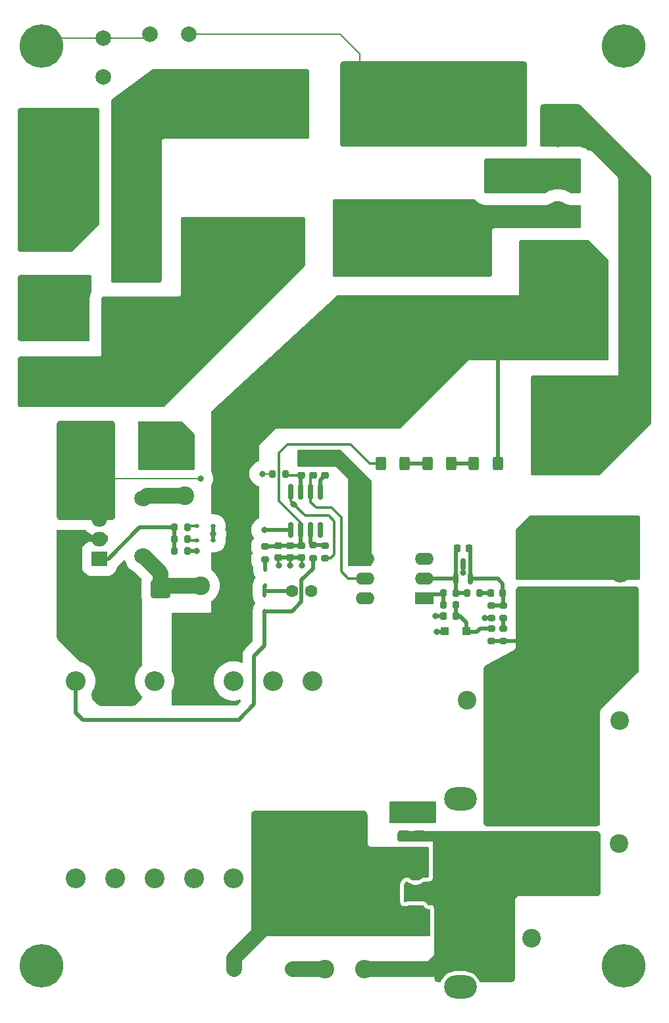
<source format=gbr>
%TF.GenerationSoftware,KiCad,Pcbnew,8.99.0-1678-gcd3e85b0b3*%
%TF.CreationDate,2024-09-01T20:16:47+02:00*%
%TF.ProjectId,ACDC120W19O5V,41434443-3132-4305-9731-394f35562e6b,rev?*%
%TF.SameCoordinates,Original*%
%TF.FileFunction,Copper,L1,Top*%
%TF.FilePolarity,Positive*%
%FSLAX46Y46*%
G04 Gerber Fmt 4.6, Leading zero omitted, Abs format (unit mm)*
G04 Created by KiCad (PCBNEW 8.99.0-1678-gcd3e85b0b3) date 2024-09-01 20:16:47*
%MOMM*%
%LPD*%
G01*
G04 APERTURE LIST*
G04 Aperture macros list*
%AMRoundRect*
0 Rectangle with rounded corners*
0 $1 Rounding radius*
0 $2 $3 $4 $5 $6 $7 $8 $9 X,Y pos of 4 corners*
0 Add a 4 corners polygon primitive as box body*
4,1,4,$2,$3,$4,$5,$6,$7,$8,$9,$2,$3,0*
0 Add four circle primitives for the rounded corners*
1,1,$1+$1,$2,$3*
1,1,$1+$1,$4,$5*
1,1,$1+$1,$6,$7*
1,1,$1+$1,$8,$9*
0 Add four rect primitives between the rounded corners*
20,1,$1+$1,$2,$3,$4,$5,0*
20,1,$1+$1,$4,$5,$6,$7,0*
20,1,$1+$1,$6,$7,$8,$9,0*
20,1,$1+$1,$8,$9,$2,$3,0*%
G04 Aperture macros list end*
%TA.AperFunction,SMDPad,CuDef*%
%ADD10RoundRect,0.200000X-0.275000X0.200000X-0.275000X-0.200000X0.275000X-0.200000X0.275000X0.200000X0*%
%TD*%
%TA.AperFunction,ComponentPad*%
%ADD11C,2.400000*%
%TD*%
%TA.AperFunction,ComponentPad*%
%ADD12O,2.400000X2.400000*%
%TD*%
%TA.AperFunction,SMDPad,CuDef*%
%ADD13RoundRect,0.200000X-0.200000X-0.275000X0.200000X-0.275000X0.200000X0.275000X-0.200000X0.275000X0*%
%TD*%
%TA.AperFunction,SMDPad,CuDef*%
%ADD14RoundRect,0.200000X0.275000X-0.200000X0.275000X0.200000X-0.275000X0.200000X-0.275000X-0.200000X0*%
%TD*%
%TA.AperFunction,ComponentPad*%
%ADD15C,3.600000*%
%TD*%
%TA.AperFunction,ConnectorPad*%
%ADD16C,5.600000*%
%TD*%
%TA.AperFunction,SMDPad,CuDef*%
%ADD17RoundRect,0.250000X-0.400000X-0.625000X0.400000X-0.625000X0.400000X0.625000X-0.400000X0.625000X0*%
%TD*%
%TA.AperFunction,ComponentPad*%
%ADD18R,3.200000X3.200000*%
%TD*%
%TA.AperFunction,ComponentPad*%
%ADD19C,3.200000*%
%TD*%
%TA.AperFunction,ComponentPad*%
%ADD20C,2.550000*%
%TD*%
%TA.AperFunction,ComponentPad*%
%ADD21C,1.800000*%
%TD*%
%TA.AperFunction,SMDPad,CuDef*%
%ADD22RoundRect,0.250000X0.475000X-0.337500X0.475000X0.337500X-0.475000X0.337500X-0.475000X-0.337500X0*%
%TD*%
%TA.AperFunction,SMDPad,CuDef*%
%ADD23RoundRect,0.225000X0.250000X-0.225000X0.250000X0.225000X-0.250000X0.225000X-0.250000X-0.225000X0*%
%TD*%
%TA.AperFunction,ComponentPad*%
%ADD24C,2.000000*%
%TD*%
%TA.AperFunction,SMDPad,CuDef*%
%ADD25RoundRect,0.225000X-0.250000X0.225000X-0.250000X-0.225000X0.250000X-0.225000X0.250000X0.225000X0*%
%TD*%
%TA.AperFunction,SMDPad,CuDef*%
%ADD26RoundRect,0.250000X-0.475000X0.337500X-0.475000X-0.337500X0.475000X-0.337500X0.475000X0.337500X0*%
%TD*%
%TA.AperFunction,ComponentPad*%
%ADD27R,2.400000X2.400000*%
%TD*%
%TA.AperFunction,ComponentPad*%
%ADD28C,1.700000*%
%TD*%
%TA.AperFunction,SMDPad,CuDef*%
%ADD29RoundRect,0.112500X-0.112500X0.187500X-0.112500X-0.187500X0.112500X-0.187500X0.112500X0.187500X0*%
%TD*%
%TA.AperFunction,SMDPad,CuDef*%
%ADD30RoundRect,0.249999X-0.450001X-1.425001X0.450001X-1.425001X0.450001X1.425001X-0.450001X1.425001X0*%
%TD*%
%TA.AperFunction,ComponentPad*%
%ADD31R,2.400000X1.600000*%
%TD*%
%TA.AperFunction,ComponentPad*%
%ADD32O,2.400000X1.600000*%
%TD*%
%TA.AperFunction,SMDPad,CuDef*%
%ADD33RoundRect,0.112500X-0.187500X-0.112500X0.187500X-0.112500X0.187500X0.112500X-0.187500X0.112500X0*%
%TD*%
%TA.AperFunction,ComponentPad*%
%ADD34C,1.600000*%
%TD*%
%TA.AperFunction,SMDPad,CuDef*%
%ADD35RoundRect,0.150000X0.150000X-0.587500X0.150000X0.587500X-0.150000X0.587500X-0.150000X-0.587500X0*%
%TD*%
%TA.AperFunction,ComponentPad*%
%ADD36C,2.300000*%
%TD*%
%TA.AperFunction,SMDPad,CuDef*%
%ADD37RoundRect,0.225000X-0.225000X-0.250000X0.225000X-0.250000X0.225000X0.250000X-0.225000X0.250000X0*%
%TD*%
%TA.AperFunction,ComponentPad*%
%ADD38O,4.200000X3.000000*%
%TD*%
%TA.AperFunction,ComponentPad*%
%ADD39RoundRect,0.250001X-1.099999X1.099999X-1.099999X-1.099999X1.099999X-1.099999X1.099999X1.099999X0*%
%TD*%
%TA.AperFunction,ComponentPad*%
%ADD40C,2.700000*%
%TD*%
%TA.AperFunction,SMDPad,CuDef*%
%ADD41RoundRect,0.250000X0.300000X0.300000X-0.300000X0.300000X-0.300000X-0.300000X0.300000X-0.300000X0*%
%TD*%
%TA.AperFunction,SMDPad,CuDef*%
%ADD42RoundRect,0.225000X0.225000X0.250000X-0.225000X0.250000X-0.225000X-0.250000X0.225000X-0.250000X0*%
%TD*%
%TA.AperFunction,SMDPad,CuDef*%
%ADD43RoundRect,0.200000X0.200000X0.275000X-0.200000X0.275000X-0.200000X-0.275000X0.200000X-0.275000X0*%
%TD*%
%TA.AperFunction,ComponentPad*%
%ADD44R,2.000000X1.905000*%
%TD*%
%TA.AperFunction,ComponentPad*%
%ADD45O,2.000000X1.905000*%
%TD*%
%TA.AperFunction,SMDPad,CuDef*%
%ADD46RoundRect,0.250000X1.000000X0.900000X-1.000000X0.900000X-1.000000X-0.900000X1.000000X-0.900000X0*%
%TD*%
%TA.AperFunction,SMDPad,CuDef*%
%ADD47RoundRect,0.112500X0.187500X0.112500X-0.187500X0.112500X-0.187500X-0.112500X0.187500X-0.112500X0*%
%TD*%
%TA.AperFunction,SMDPad,CuDef*%
%ADD48RoundRect,0.150000X-0.150000X0.825000X-0.150000X-0.825000X0.150000X-0.825000X0.150000X0.825000X0*%
%TD*%
%TA.AperFunction,ViaPad*%
%ADD49C,0.800000*%
%TD*%
%TA.AperFunction,Conductor*%
%ADD50C,0.200000*%
%TD*%
%TA.AperFunction,Conductor*%
%ADD51C,0.500000*%
%TD*%
%TA.AperFunction,Conductor*%
%ADD52C,0.300000*%
%TD*%
%TA.AperFunction,Conductor*%
%ADD53C,2.000000*%
%TD*%
G04 APERTURE END LIST*
D10*
%TO.P,R16,1*%
%TO.N,Net-(D5-K)*%
X96171200Y-114066200D03*
%TO.P,R16,2*%
%TO.N,/PS/19.5V_FLT*%
X96171200Y-115716200D03*
%TD*%
%TO.P,R18,1*%
%TO.N,Net-(U3-REF)*%
X97671200Y-111094200D03*
%TO.P,R18,2*%
%TO.N,Net-(R17-Pad1)*%
X97671200Y-112744200D03*
%TD*%
D11*
%TO.P,R21,1*%
%TO.N,Net-(C19-Pad2)*%
X56695000Y-96961000D03*
D12*
%TO.P,R21,2*%
%TO.N,/PS/AC_R_O*%
X61775000Y-96961000D03*
%TD*%
D13*
%TO.P,R13,1*%
%TO.N,Net-(R13-Pad1)*%
X89935000Y-111011000D03*
%TO.P,R13,2*%
%TO.N,Net-(D5-K)*%
X91585000Y-111011000D03*
%TD*%
D14*
%TO.P,R19,1*%
%TO.N,OUT_GND*%
X96171200Y-112744200D03*
%TO.P,R19,2*%
%TO.N,Net-(U3-REF)*%
X96171200Y-111094200D03*
%TD*%
D15*
%TO.P,H2,1,1*%
%TO.N,unconnected-(H2-Pad1)_2*%
X113185000Y-157561000D03*
D16*
%TO.N,unconnected-(H2-Pad1)*%
X113185000Y-157561000D03*
%TD*%
D17*
%TO.P,R6,1*%
%TO.N,Net-(R6-Pad1)*%
X93885000Y-92811000D03*
%TO.P,R6,2*%
%TO.N,/PS/AC_R_O*%
X96985000Y-92811000D03*
%TD*%
D18*
%TO.P,D6,1,+*%
%TO.N,/PS/AC_R_O*%
X104685000Y-65721000D03*
D19*
%TO.P,D6,2*%
%TO.N,/PS/AC_R_I_2*%
X104685000Y-60641000D03*
%TO.P,D6,3*%
%TO.N,/PS/AC_R_I_1*%
X104685000Y-55561000D03*
%TO.P,D6,4,-*%
%TO.N,DCR_GND*%
X104685000Y-50481000D03*
%TD*%
D20*
%TO.P,TR1,1,1*%
%TO.N,DCR_GND*%
X73102000Y-120857000D03*
%TO.P,TR1,2*%
%TO.N,N/C*%
X68022000Y-120857000D03*
%TO.P,TR1,3*%
X62942000Y-120857000D03*
%TO.P,TR1,4,4*%
%TO.N,/PS/AC_R_O*%
X57862000Y-120857000D03*
%TO.P,TR1,5*%
%TO.N,N/C*%
X52782000Y-120857000D03*
%TO.P,TR1,6,6*%
%TO.N,/PS/TR_SW*%
X47702000Y-120857000D03*
%TO.P,TR1,7,7*%
%TO.N,/PS/AUX*%
X42622000Y-120857000D03*
%TO.P,TR1,8,8*%
%TO.N,OUT_GND*%
X42622000Y-146257000D03*
%TO.P,TR1,9,9*%
X47702000Y-146257000D03*
%TO.P,TR1,10*%
%TO.N,N/C*%
X52782000Y-146257000D03*
%TO.P,TR1,11*%
X57862000Y-146257000D03*
%TO.P,TR1,12*%
X62942000Y-146257000D03*
%TO.P,TR1,13,13*%
%TO.N,Net-(D8A-A)*%
X68022000Y-146257000D03*
%TO.P,TR1,14,14*%
X73102000Y-146257000D03*
%TD*%
D21*
%TO.P,F1,1*%
%TO.N,/PS/AC_L*%
X40385000Y-69601000D03*
%TO.P,F1,2*%
%TO.N,Net-(F1-Pad2)*%
X40385000Y-64521000D03*
%TD*%
D22*
%TO.P,C17,1*%
%TO.N,/PS/19.5V_FLT*%
X100185000Y-109298500D03*
%TO.P,C17,2*%
%TO.N,OUT_GND*%
X100185000Y-107223500D03*
%TD*%
D21*
%TO.P,RV1,1*%
%TO.N,/PS/AC_L_SW*%
X50185000Y-66561000D03*
%TO.P,RV1,2*%
%TO.N,/PS/AC_N*%
X48885000Y-74061000D03*
%TD*%
D23*
%TO.P,C2,1*%
%TO.N,/PS/MOS_S*%
X71685000Y-94361000D03*
%TO.P,C2,2*%
%TO.N,GND_DC_S*%
X71685000Y-92811000D03*
%TD*%
D24*
%TO.P,SW1,1,1*%
%TO.N,Net-(F1-Pad2)*%
X43185000Y-49061000D03*
%TO.P,SW1,2,2*%
%TO.N,/PS/AC_L_SW*%
X49185000Y-48061000D03*
%TO.P,SW1,3,3*%
%TO.N,Net-(F1-Pad2)*%
X43185000Y-59061000D03*
%TO.P,SW1,4,4*%
%TO.N,/PS/AC_L_SW*%
X49185000Y-60061000D03*
%TD*%
D25*
%TO.P,C4,1*%
%TO.N,Net-(U1-VDD)*%
X70215000Y-103436000D03*
%TO.P,C4,2*%
%TO.N,GND_DC_P*%
X70215000Y-104986000D03*
%TD*%
D24*
%TO.P,C12,1*%
%TO.N,OUT_GND*%
X103935000Y-100811000D03*
%TO.P,C12,2*%
%TO.N,DCR_GND*%
X103935000Y-93311000D03*
%TD*%
D26*
%TO.P,C21,1*%
%TO.N,OUT_GND*%
X104235000Y-107223500D03*
%TO.P,C21,2*%
%TO.N,/PS/19.5V_FLT*%
X104235000Y-109298500D03*
%TD*%
D24*
%TO.P,C28,1*%
%TO.N,Net-(C28-Pad1)*%
X70535000Y-157961000D03*
%TO.P,C28,2*%
%TO.N,Net-(D8A-A)*%
X63035000Y-157961000D03*
%TD*%
D25*
%TO.P,C10,1*%
%TO.N,GND_DC_S*%
X73185000Y-92811000D03*
%TO.P,C10,2*%
%TO.N,/PS/OPT_C*%
X73185000Y-94361000D03*
%TD*%
D27*
%TO.P,C25,1*%
%TO.N,/PS/19.5V*%
X96298541Y-154011000D03*
D11*
%TO.P,C25,2*%
%TO.N,OUT_GND*%
X101298541Y-154011000D03*
%TD*%
D28*
%TO.P,C7,1*%
%TO.N,/PS/AC_L_SW*%
X59685000Y-44561000D03*
%TO.P,C7,2*%
%TO.N,/PS/AC_N*%
X59685000Y-67061000D03*
%TD*%
D13*
%TO.P,R3,1*%
%TO.N,Net-(Q1-G)*%
X55360000Y-101086000D03*
%TO.P,R3,2*%
%TO.N,Net-(D2-K)*%
X57010000Y-101086000D03*
%TD*%
%TO.P,R2,1*%
%TO.N,Net-(Q1-G)*%
X55360000Y-102561000D03*
%TO.P,R2,2*%
%TO.N,Net-(D1-A)*%
X57010000Y-102561000D03*
%TD*%
D25*
%TO.P,C5,1*%
%TO.N,Net-(U1-VDD)*%
X71685000Y-103436000D03*
%TO.P,C5,2*%
%TO.N,GND_DC_P*%
X71685000Y-104986000D03*
%TD*%
D29*
%TO.P,D4,1,K*%
%TO.N,Net-(D3-A)*%
X66935000Y-109761000D03*
%TO.P,D4,2,A*%
%TO.N,/PS/AUX*%
X66935000Y-111861000D03*
%TD*%
D27*
%TO.P,C24,1*%
%TO.N,/PS/19.5V*%
X107585000Y-141761000D03*
D11*
%TO.P,C24,2*%
%TO.N,OUT_GND*%
X112585000Y-141761000D03*
%TD*%
D30*
%TO.P,R5,1*%
%TO.N,Net-(Q1-S)*%
X45635000Y-90561000D03*
%TO.P,R5,2*%
%TO.N,GND_DC_P*%
X51735000Y-90561000D03*
%TD*%
D29*
%TO.P,D3,1,K*%
%TO.N,Net-(D3-K)*%
X66985000Y-106461000D03*
%TO.P,D3,2,A*%
%TO.N,Net-(D3-A)*%
X66985000Y-108561000D03*
%TD*%
D31*
%TO.P,U2,1*%
%TO.N,Net-(R13-Pad1)*%
X87510000Y-110186000D03*
D32*
%TO.P,U2,2*%
%TO.N,Net-(U3-K)*%
X87510000Y-107646000D03*
%TO.P,U2,3,NC*%
%TO.N,unconnected-(U2-NC-Pad3)*%
X87510000Y-105106000D03*
%TO.P,U2,4*%
%TO.N,GND_DC_S*%
X79890000Y-105106000D03*
%TO.P,U2,5*%
%TO.N,/PS/OPT_C*%
X79890000Y-107646000D03*
%TO.P,U2,6*%
%TO.N,unconnected-(U2-Pad6)*%
X79890000Y-110186000D03*
%TD*%
D28*
%TO.P,C11,1*%
%TO.N,Net-(C11-Pad1)*%
X88685000Y-44061000D03*
%TO.P,C11,2*%
%TO.N,/PS/AC_R_I_2*%
X88685000Y-66561000D03*
%TD*%
D27*
%TO.P,C16,1*%
%TO.N,/PS/AC_R_O*%
X109685000Y-77061000D03*
D11*
%TO.P,C16,2*%
%TO.N,DCR_GND*%
X109685000Y-84561000D03*
%TD*%
D26*
%TO.P,C27,1*%
%TO.N,OUT_GND*%
X84885000Y-138573500D03*
%TO.P,C27,2*%
%TO.N,/PS/19.5V*%
X84885000Y-140648500D03*
%TD*%
D33*
%TO.P,D2,1,K*%
%TO.N,Net-(D2-K)*%
X58235000Y-100886000D03*
%TO.P,D2,2,A*%
%TO.N,/PS/TR_GAT*%
X60335000Y-100886000D03*
%TD*%
D34*
%TO.P,C6,1*%
%TO.N,Net-(D3-A)*%
X70435000Y-109311000D03*
%TO.P,C6,2*%
%TO.N,GND_DC_P*%
X72935000Y-109311000D03*
%TD*%
D11*
%TO.P,R20,1*%
%TO.N,Net-(D7-K)*%
X58685000Y-108561000D03*
D12*
%TO.P,R20,2*%
%TO.N,/PS/AC_R_O*%
X63765000Y-108561000D03*
%TD*%
D27*
%TO.P,C23,1*%
%TO.N,/PS/19.5V_FLT*%
X97971459Y-123361000D03*
D11*
%TO.P,C23,2*%
%TO.N,OUT_GND*%
X92971459Y-123361000D03*
%TD*%
D35*
%TO.P,U3,1,K*%
%TO.N,Net-(U3-K)*%
X91560000Y-107698500D03*
%TO.P,U3,2,REF*%
%TO.N,Net-(U3-REF)*%
X93460000Y-107698500D03*
%TO.P,U3,3,A*%
%TO.N,OUT_GND*%
X92510000Y-105823500D03*
%TD*%
D36*
%TO.P,FL1,1,1*%
%TO.N,/PS/AC_N*%
X69185000Y-63811000D03*
%TO.P,FL1,2,2*%
%TO.N,/PS/AC_R_I_2*%
X79185000Y-63811000D03*
%TO.P,FL1,3,3*%
%TO.N,/PS/AC_L_SW*%
X69185000Y-45061000D03*
%TO.P,FL1,4,4*%
%TO.N,Net-(C11-Pad1)*%
X79185000Y-45061000D03*
%TD*%
D37*
%TO.P,C14,1*%
%TO.N,Net-(U3-K)*%
X91735000Y-103761000D03*
%TO.P,C14,2*%
%TO.N,Net-(U3-REF)*%
X93285000Y-103761000D03*
%TD*%
D17*
%TO.P,R8,1*%
%TO.N,Net-(U1-VDD)*%
X81885000Y-92811000D03*
%TO.P,R8,2*%
%TO.N,Net-(R7-Pad1)*%
X84985000Y-92811000D03*
%TD*%
D15*
%TO.P,H4,1,1*%
%TO.N,unconnected-(H4-Pad1)_1*%
X113185000Y-39061000D03*
D16*
%TO.N,unconnected-(H4-Pad1)_2*%
X113185000Y-39061000D03*
%TD*%
D24*
%TO.P,C9,1*%
%TO.N,/PS/AC_R_I_2*%
X46185000Y-43061000D03*
%TO.P,C9,2*%
%TO.N,EARTH*%
X46185000Y-38061000D03*
%TD*%
D22*
%TO.P,C26,1*%
%TO.N,/PS/19.5V*%
X86835000Y-140648500D03*
%TO.P,C26,2*%
%TO.N,OUT_GND*%
X86835000Y-138573500D03*
%TD*%
D38*
%TO.P,HS2,1*%
%TO.N,N/C*%
X92110000Y-136061000D03*
X92110000Y-160261000D03*
%TD*%
D23*
%TO.P,C1,1*%
%TO.N,Net-(U1-SS)*%
X74685000Y-94361000D03*
%TO.P,C1,2*%
%TO.N,GND_DC_S*%
X74685000Y-92811000D03*
%TD*%
D11*
%TO.P,R22,1*%
%TO.N,Net-(C28-Pad1)*%
X74695000Y-157961000D03*
D12*
%TO.P,R22,2*%
%TO.N,/PS/19.5V*%
X79775000Y-157961000D03*
%TD*%
D10*
%TO.P,R17,1*%
%TO.N,Net-(R17-Pad1)*%
X97671200Y-114066200D03*
%TO.P,R17,2*%
%TO.N,/PS/19.5V_FLT*%
X97671200Y-115716200D03*
%TD*%
D34*
%TO.P,TH1,1*%
%TO.N,/PS/AC_R_I_1*%
X97435000Y-55561000D03*
%TO.P,TH1,2*%
%TO.N,Net-(C11-Pad1)*%
X98935000Y-50561000D03*
%TD*%
D13*
%TO.P,R1,1*%
%TO.N,Net-(Q1-S)*%
X67960000Y-94161000D03*
%TO.P,R1,2*%
%TO.N,/PS/MOS_S*%
X69610000Y-94161000D03*
%TD*%
D39*
%TO.P,J1,1,Pin_1*%
%TO.N,/PS/AC_L*%
X40935000Y-74561000D03*
D40*
%TO.P,J1,2,Pin_2*%
%TO.N,/PS/AC_N*%
X40935000Y-82481000D03*
%TD*%
D37*
%TO.P,C15,1*%
%TO.N,Net-(C15-Pad1)*%
X96041200Y-109506200D03*
%TO.P,C15,2*%
%TO.N,Net-(U3-REF)*%
X97591200Y-109506200D03*
%TD*%
D17*
%TO.P,R7,1*%
%TO.N,Net-(R7-Pad1)*%
X87885000Y-92811000D03*
%TO.P,R7,2*%
%TO.N,Net-(R6-Pad1)*%
X90985000Y-92811000D03*
%TD*%
D22*
%TO.P,C20,1*%
%TO.N,/PS/19.5V_FLT*%
X106235000Y-109298500D03*
%TO.P,C20,2*%
%TO.N,OUT_GND*%
X106235000Y-107223500D03*
%TD*%
D24*
%TO.P,C8,1*%
%TO.N,Net-(C11-Pad1)*%
X57185000Y-37561000D03*
%TO.P,C8,2*%
%TO.N,EARTH*%
X52185000Y-37561000D03*
%TD*%
D13*
%TO.P,R4,1*%
%TO.N,Net-(Q1-G)*%
X55335000Y-104086000D03*
%TO.P,R4,2*%
%TO.N,GND_DC_P*%
X56985000Y-104086000D03*
%TD*%
D10*
%TO.P,R12,1*%
%TO.N,Net-(U1-OVP)*%
X74685000Y-103411000D03*
%TO.P,R12,2*%
%TO.N,GND_DC_S*%
X74685000Y-105061000D03*
%TD*%
D39*
%TO.P,J2,1,Pin_1*%
%TO.N,OUT_GND*%
X112685000Y-102843500D03*
D40*
%TO.P,J2,2,Pin_2*%
X112685000Y-106803500D03*
%TO.P,J2,3,Pin_3*%
%TO.N,/PS/19.5V_FLT*%
X112685000Y-110763500D03*
%TO.P,J2,4,Pin_4*%
X112685000Y-114723500D03*
%TD*%
D41*
%TO.P,D5,1,K*%
%TO.N,Net-(D5-K)*%
X92891200Y-114406200D03*
%TO.P,D5,2,A*%
%TO.N,OUT_GND*%
X90091200Y-114406200D03*
%TD*%
D24*
%TO.P,C19,1*%
%TO.N,Net-(D7-K)*%
X51185000Y-104811000D03*
%TO.P,C19,2*%
%TO.N,Net-(C19-Pad2)*%
X51185000Y-97311000D03*
%TD*%
D42*
%TO.P,C13,1*%
%TO.N,Net-(D5-K)*%
X91535000Y-112511000D03*
%TO.P,C13,2*%
%TO.N,OUT_GND*%
X89985000Y-112511000D03*
%TD*%
D43*
%TO.P,R14,1*%
%TO.N,Net-(U3-K)*%
X91585000Y-109511000D03*
%TO.P,R14,2*%
%TO.N,Net-(R13-Pad1)*%
X89935000Y-109511000D03*
%TD*%
D14*
%TO.P,R10,1*%
%TO.N,Net-(D3-K)*%
X66985000Y-105186000D03*
%TO.P,R10,2*%
%TO.N,Net-(U1-VDD)*%
X66985000Y-103536000D03*
%TD*%
D10*
%TO.P,R11,1*%
%TO.N,Net-(U1-OVP)*%
X73185000Y-103386000D03*
%TO.P,R11,2*%
%TO.N,/PS/AUX*%
X73185000Y-105036000D03*
%TD*%
D44*
%TO.P,D8,1,A*%
%TO.N,Net-(D8A-A)*%
X86380000Y-150701000D03*
D45*
%TO.P,D8,2,K*%
%TO.N,/PS/19.5V*%
X86380000Y-148161000D03*
%TO.P,D8,3,K*%
%TO.N,Net-(D8A-A)*%
X86380000Y-145621000D03*
%TD*%
D25*
%TO.P,C3,1*%
%TO.N,Net-(U1-VDD)*%
X68715000Y-103436000D03*
%TO.P,C3,2*%
%TO.N,GND_DC_P*%
X68715000Y-104986000D03*
%TD*%
D15*
%TO.P,H3,1,1*%
%TO.N,unconnected-(H3-Pad1)_2*%
X38185000Y-157561000D03*
D16*
%TO.N,unconnected-(H3-Pad1)*%
X38185000Y-157561000D03*
%TD*%
D26*
%TO.P,C18,1*%
%TO.N,OUT_GND*%
X102235000Y-107223500D03*
%TO.P,C18,2*%
%TO.N,/PS/19.5V_FLT*%
X102235000Y-109298500D03*
%TD*%
D27*
%TO.P,C22,1*%
%TO.N,/PS/19.5V_FLT*%
X107598541Y-125961000D03*
D11*
%TO.P,C22,2*%
%TO.N,OUT_GND*%
X112598541Y-125961000D03*
%TD*%
D43*
%TO.P,R15,1*%
%TO.N,Net-(C15-Pad1)*%
X94616200Y-109506200D03*
%TO.P,R15,2*%
%TO.N,Net-(U3-K)*%
X92966200Y-109506200D03*
%TD*%
D46*
%TO.P,D7,1,K*%
%TO.N,Net-(D7-K)*%
X53585000Y-109061000D03*
%TO.P,D7,2,A*%
%TO.N,/PS/TR_SW*%
X49285000Y-109061000D03*
%TD*%
D47*
%TO.P,D1,1,K*%
%TO.N,/PS/TR_GAT*%
X60335000Y-102786000D03*
%TO.P,D1,2,A*%
%TO.N,Net-(D1-A)*%
X58235000Y-102786000D03*
%TD*%
D24*
%TO.P,L1,1*%
%TO.N,/PS/19.5V_FLT*%
X97985000Y-137461000D03*
%TO.P,L1,2*%
%TO.N,/PS/19.5V*%
X97985000Y-145461000D03*
%TD*%
D48*
%TO.P,U1,1,SS*%
%TO.N,Net-(U1-SS)*%
X74120000Y-96461000D03*
%TO.P,U1,2,FB*%
%TO.N,/PS/OPT_C*%
X72850000Y-96461000D03*
%TO.P,U1,3,CS*%
%TO.N,/PS/MOS_S*%
X71580000Y-96461000D03*
%TO.P,U1,4,GND*%
%TO.N,GND_DC_S*%
X70310000Y-96461000D03*
%TO.P,U1,5,OUT*%
%TO.N,/PS/TR_GAT*%
X70310000Y-101411000D03*
%TO.P,U1,6,VDD*%
%TO.N,Net-(U1-VDD)*%
X71580000Y-101411000D03*
%TO.P,U1,7,OVP*%
%TO.N,Net-(U1-OVP)*%
X72850000Y-101411000D03*
%TO.P,U1,8,STATUS*%
%TO.N,unconnected-(U1-STATUS-Pad8)*%
X74120000Y-101411000D03*
%TD*%
D44*
%TO.P,Q1,1,G*%
%TO.N,Net-(Q1-G)*%
X45685000Y-105101000D03*
D45*
%TO.P,Q1,2,D*%
%TO.N,/PS/TR_SW*%
X45685000Y-102561000D03*
%TO.P,Q1,3,S*%
%TO.N,Net-(Q1-S)*%
X45685000Y-100021000D03*
%TD*%
D15*
%TO.P,H1,1,1*%
%TO.N,EARTH*%
X38185000Y-39061000D03*
D16*
X38185000Y-39061000D03*
%TD*%
D49*
%TO.N,/PS/TR_GAT*%
X66887000Y-101411000D03*
X60335000Y-101886000D03*
%TO.N,Net-(Q1-S)*%
X66633000Y-94161000D03*
X58685000Y-94761000D03*
%TO.N,DCR_GND*%
X114085000Y-74761000D03*
X114185000Y-67761000D03*
X114085000Y-76761000D03*
X114085000Y-72661000D03*
X114085000Y-70561000D03*
%TO.N,OUT_GND*%
X87485000Y-137011000D03*
X88941200Y-112506200D03*
X85985000Y-137011000D03*
X92491200Y-106906200D03*
X84335000Y-137011000D03*
X89091200Y-114506200D03*
X95291200Y-112756200D03*
%TO.N,GND_DC_S*%
X71685000Y-91561000D03*
X73185000Y-91561000D03*
X70685000Y-98061000D03*
%TO.N,GND_DC_P*%
X71785000Y-105961000D03*
X53585000Y-91361000D03*
X70185000Y-105961000D03*
X52785000Y-92961000D03*
X56985000Y-92961000D03*
X55585000Y-92961000D03*
X58160000Y-104086000D03*
X55385000Y-91361000D03*
X51385000Y-92961000D03*
X68785000Y-105961000D03*
X56985000Y-91361000D03*
X54185000Y-92961000D03*
%TD*%
D50*
%TO.N,EARTH*%
X46185000Y-38061000D02*
X39185000Y-38061000D01*
X52185000Y-38061000D02*
X46185000Y-38061000D01*
D51*
%TO.N,/PS/19.5V_FLT*%
X97671200Y-115716200D02*
X96171200Y-115716200D01*
X97671200Y-115716200D02*
X100429800Y-115716200D01*
X100429800Y-115716200D02*
X100435000Y-115711000D01*
%TO.N,/PS/AC_R_O*%
X96985000Y-78461000D02*
X98135000Y-77311000D01*
X96985000Y-92811000D02*
X96985000Y-78461000D01*
X98135000Y-77311000D02*
X101435000Y-77311000D01*
%TO.N,/PS/AUX*%
X71685000Y-110661000D02*
X70485000Y-111861000D01*
X42622000Y-124898000D02*
X43585000Y-125861000D01*
X66935000Y-116311000D02*
X66935000Y-111861000D01*
X65585000Y-117661000D02*
X66935000Y-116311000D01*
X70485000Y-111861000D02*
X66935000Y-111861000D01*
X73185000Y-106361000D02*
X71685000Y-107861000D01*
X63585000Y-125861000D02*
X65585000Y-123861000D01*
X42622000Y-120857000D02*
X42622000Y-124898000D01*
X71685000Y-107861000D02*
X71685000Y-110661000D01*
X73185000Y-105036000D02*
X73185000Y-106361000D01*
X43585000Y-125861000D02*
X63585000Y-125861000D01*
X65585000Y-123861000D02*
X65585000Y-117661000D01*
%TO.N,/PS/TR_GAT*%
X60335000Y-102786000D02*
X60335000Y-100886000D01*
X66887000Y-101411000D02*
X70310000Y-101411000D01*
X60335000Y-101886000D02*
X60335000Y-100886000D01*
%TO.N,Net-(U3-REF)*%
X93460000Y-103936000D02*
X93285000Y-103761000D01*
X96983500Y-107698500D02*
X97591200Y-108306200D01*
X97591200Y-108306200D02*
X97591200Y-109506200D01*
X97671200Y-111094200D02*
X96171200Y-111094200D01*
X97671200Y-111094200D02*
X97671200Y-109586200D01*
X93460000Y-107698500D02*
X93460000Y-103936000D01*
X93460000Y-107698500D02*
X96983500Y-107698500D01*
%TO.N,/PS/MOS_S*%
X71580000Y-96461000D02*
X71580000Y-94466000D01*
D52*
X69810000Y-94361000D02*
X69610000Y-94161000D01*
X71685000Y-94361000D02*
X69810000Y-94361000D01*
%TO.N,/PS/OPT_C*%
X76785000Y-106761000D02*
X77670000Y-107646000D01*
X76785000Y-99761000D02*
X76785000Y-106761000D01*
X72850000Y-96461000D02*
X72850000Y-94696000D01*
X75585000Y-98561000D02*
X76785000Y-99761000D01*
X72850000Y-96461000D02*
X72850000Y-97826000D01*
X72850000Y-97826000D02*
X73585000Y-98561000D01*
X77670000Y-107646000D02*
X79890000Y-107646000D01*
X73585000Y-98561000D02*
X75585000Y-98561000D01*
D51*
%TO.N,Net-(U3-K)*%
X91585000Y-107723500D02*
X91560000Y-107698500D01*
X91560000Y-107698500D02*
X91560000Y-103936000D01*
X87562500Y-107698500D02*
X91560000Y-107698500D01*
X91589800Y-109506200D02*
X91585000Y-109511000D01*
X92966200Y-109506200D02*
X91589800Y-109506200D01*
X91585000Y-109511000D02*
X91585000Y-107723500D01*
X91560000Y-103936000D02*
X91735000Y-103761000D01*
X87510000Y-107646000D02*
X87562500Y-107698500D01*
D50*
%TO.N,Net-(Q1-S)*%
X66633000Y-94161000D02*
X67960000Y-94161000D01*
X47385000Y-94761000D02*
X46785000Y-94161000D01*
X58685000Y-94761000D02*
X47385000Y-94761000D01*
D51*
%TO.N,OUT_GND*%
X88946000Y-112511000D02*
X88941200Y-112506200D01*
X89985000Y-112511000D02*
X88946000Y-112511000D01*
X92510000Y-106887400D02*
X92491200Y-106906200D01*
X90110000Y-114511000D02*
X89096000Y-114511000D01*
X92510000Y-105823500D02*
X92510000Y-106887400D01*
X89991200Y-114506200D02*
X90091200Y-114406200D01*
X95303200Y-112744200D02*
X95291200Y-112756200D01*
X96171200Y-112744200D02*
X95303200Y-112744200D01*
X89096000Y-114511000D02*
X89091200Y-114506200D01*
X89091200Y-114506200D02*
X89991200Y-114506200D01*
%TO.N,Net-(D5-K)*%
X91585000Y-111011000D02*
X91585000Y-112461000D01*
X91535000Y-112511000D02*
X92096000Y-112511000D01*
X92910000Y-114511000D02*
X94286400Y-114511000D01*
X94286400Y-114511000D02*
X94731200Y-114066200D01*
X92910000Y-113325000D02*
X92910000Y-114511000D01*
X94731200Y-114066200D02*
X96171200Y-114066200D01*
X91585000Y-112461000D02*
X91535000Y-112511000D01*
X92096000Y-112511000D02*
X92910000Y-113325000D01*
%TO.N,Net-(U1-SS)*%
X74120000Y-94926000D02*
X74685000Y-94361000D01*
X74120000Y-96461000D02*
X74120000Y-94926000D01*
D52*
%TO.N,Net-(U1-VDD)*%
X68785000Y-91461000D02*
X68785000Y-97641001D01*
D51*
X68615000Y-103536000D02*
X68715000Y-103436000D01*
X68715000Y-103436000D02*
X70215000Y-103436000D01*
D52*
X77985000Y-90361000D02*
X69885000Y-90361000D01*
D51*
X70215000Y-103436000D02*
X71715000Y-103436000D01*
X71580000Y-101411000D02*
X71580000Y-103301000D01*
D52*
X68785000Y-97641001D02*
X71580000Y-100436001D01*
D51*
X66985000Y-103536000D02*
X68615000Y-103536000D01*
X71580000Y-103301000D02*
X71715000Y-103436000D01*
D52*
X69885000Y-90361000D02*
X68785000Y-91461000D01*
X81885000Y-92811000D02*
X80435000Y-92811000D01*
X80435000Y-92811000D02*
X77985000Y-90361000D01*
X71580000Y-100436001D02*
X71580000Y-101411000D01*
%TO.N,Net-(D2-K)*%
X58235000Y-100886000D02*
X57210000Y-100886000D01*
D50*
%TO.N,Net-(C11-Pad1)*%
X79185000Y-40061000D02*
X79185000Y-45061000D01*
X57185000Y-37561000D02*
X76685000Y-37561000D01*
X76685000Y-37561000D02*
X79185000Y-40061000D01*
D53*
%TO.N,Net-(D7-K)*%
X53585000Y-106961000D02*
X51435000Y-104811000D01*
X53585000Y-109061000D02*
X53585000Y-106961000D01*
X58685000Y-108561000D02*
X54085000Y-108561000D01*
X54085000Y-108561000D02*
X53585000Y-109061000D01*
D52*
%TO.N,Net-(D1-A)*%
X58235000Y-102786000D02*
X57235000Y-102786000D01*
D51*
%TO.N,Net-(U1-OVP)*%
X72850000Y-103051000D02*
X73185000Y-103386000D01*
X72850000Y-101411000D02*
X72850000Y-103051000D01*
X73185000Y-103386000D02*
X74660000Y-103386000D01*
D53*
%TO.N,Net-(D8A-A)*%
X63035000Y-156511000D02*
X68385000Y-151161000D01*
X63035000Y-157961000D02*
X63035000Y-156511000D01*
X68385000Y-151161000D02*
X70585000Y-151161000D01*
D51*
%TO.N,Net-(C15-Pad1)*%
X94616200Y-109506200D02*
X96041200Y-109506200D01*
%TO.N,Net-(R6-Pad1)*%
X93885000Y-92811000D02*
X90985000Y-92811000D01*
%TO.N,Net-(Q1-G)*%
X46848554Y-105101000D02*
X45685000Y-105101000D01*
X50863554Y-101086000D02*
X46848554Y-105101000D01*
X55335000Y-102586000D02*
X55360000Y-102561000D01*
X55360000Y-102561000D02*
X55360000Y-101086000D01*
X55335000Y-104086000D02*
X55335000Y-102586000D01*
X55360000Y-101086000D02*
X50863554Y-101086000D01*
D52*
%TO.N,GND_DC_S*%
X72185000Y-99561000D02*
X70685000Y-98061000D01*
X74685000Y-105061000D02*
X75435000Y-105061000D01*
X75435000Y-105061000D02*
X75935000Y-104561000D01*
X70310000Y-97686000D02*
X70685000Y-98061000D01*
X75185000Y-99561000D02*
X72185000Y-99561000D01*
X70310000Y-96461000D02*
X70310000Y-97686000D01*
X75935000Y-104561000D02*
X75935000Y-100311000D01*
X75935000Y-100311000D02*
X75185000Y-99561000D01*
%TO.N,GND_DC_P*%
X71785000Y-105961000D02*
X71785000Y-105056000D01*
X68715000Y-105891000D02*
X68785000Y-105961000D01*
D51*
X56985000Y-104086000D02*
X58160000Y-104086000D01*
D52*
X68715000Y-104986000D02*
X68715000Y-105891000D01*
X70185000Y-105961000D02*
X70185000Y-105016000D01*
D51*
X68715000Y-104986000D02*
X71715000Y-104986000D01*
D53*
%TO.N,Net-(C19-Pad2)*%
X51785000Y-96961000D02*
X51435000Y-97311000D01*
X56695000Y-96961000D02*
X51785000Y-96961000D01*
D51*
%TO.N,Net-(R7-Pad1)*%
X87885000Y-92811000D02*
X84985000Y-92811000D01*
D53*
%TO.N,/PS/19.5V*%
X92335000Y-154011000D02*
X96298541Y-154011000D01*
X88385000Y-157961000D02*
X92335000Y-154011000D01*
X79775000Y-157961000D02*
X88385000Y-157961000D01*
%TO.N,Net-(C28-Pad1)*%
X70535000Y-157961000D02*
X74695000Y-157961000D01*
D51*
%TO.N,Net-(D3-K)*%
X66985000Y-106461000D02*
X66985000Y-105186000D01*
%TO.N,Net-(D3-A)*%
X66935000Y-108611000D02*
X66985000Y-108561000D01*
X67085000Y-109311000D02*
X66935000Y-109161000D01*
X66935000Y-109161000D02*
X66935000Y-108611000D01*
X66935000Y-109761000D02*
X66935000Y-109161000D01*
X70435000Y-109311000D02*
X67085000Y-109311000D01*
%TO.N,Net-(R13-Pad1)*%
X89935000Y-111011000D02*
X89935000Y-109511000D01*
X87510000Y-110186000D02*
X88035000Y-109661000D01*
X88035000Y-109661000D02*
X89785000Y-109661000D01*
X89785000Y-109661000D02*
X89935000Y-109511000D01*
%TO.N,Net-(R17-Pad1)*%
X97671200Y-114066200D02*
X97671200Y-112744200D01*
%TD*%
%TA.AperFunction,Conductor*%
%TO.N,Net-(Q1-S)*%
G36*
X47193059Y-87312061D02*
G01*
X47298223Y-87325906D01*
X47329491Y-87334284D01*
X47419918Y-87371740D01*
X47447952Y-87387925D01*
X47525602Y-87447509D01*
X47548491Y-87470398D01*
X47608074Y-87548048D01*
X47624259Y-87576081D01*
X47661715Y-87666508D01*
X47670093Y-87697775D01*
X47683939Y-87802939D01*
X47685000Y-87819125D01*
X47685000Y-99652874D01*
X47683939Y-99669060D01*
X47670093Y-99774224D01*
X47661715Y-99805491D01*
X47624259Y-99895918D01*
X47608074Y-99923951D01*
X47548491Y-100001601D01*
X47525601Y-100024491D01*
X47447951Y-100084074D01*
X47419918Y-100100259D01*
X47329491Y-100137715D01*
X47298224Y-100146093D01*
X47204398Y-100158446D01*
X47193058Y-100159939D01*
X47176874Y-100161000D01*
X40693126Y-100161000D01*
X40676941Y-100159939D01*
X40663917Y-100158224D01*
X40571775Y-100146093D01*
X40540508Y-100137715D01*
X40450081Y-100100259D01*
X40422048Y-100084074D01*
X40344398Y-100024491D01*
X40321508Y-100001601D01*
X40261925Y-99923951D01*
X40245740Y-99895918D01*
X40208284Y-99805491D01*
X40199906Y-99774223D01*
X40186061Y-99669059D01*
X40185000Y-99652874D01*
X40185000Y-87819125D01*
X40186061Y-87802940D01*
X40199906Y-87697776D01*
X40208284Y-87666508D01*
X40245740Y-87576081D01*
X40261923Y-87548050D01*
X40321513Y-87470392D01*
X40344392Y-87447513D01*
X40422050Y-87387923D01*
X40450079Y-87371740D01*
X40540509Y-87334283D01*
X40571775Y-87325906D01*
X40676941Y-87312061D01*
X40693126Y-87311000D01*
X47176874Y-87311000D01*
X47193059Y-87312061D01*
G37*
%TD.AperFunction*%
%TD*%
%TA.AperFunction,Conductor*%
%TO.N,Net-(D8A-A)*%
G36*
X79693059Y-137562061D02*
G01*
X79798223Y-137575906D01*
X79829491Y-137584284D01*
X79919918Y-137621740D01*
X79947952Y-137637925D01*
X80025602Y-137697509D01*
X80048491Y-137720398D01*
X80108074Y-137798048D01*
X80124259Y-137826081D01*
X80161715Y-137916508D01*
X80170093Y-137947775D01*
X80183939Y-138052939D01*
X80185000Y-138069125D01*
X80185000Y-141710993D01*
X80185001Y-141711009D01*
X80202036Y-141840408D01*
X80202038Y-141840413D01*
X80251984Y-141960995D01*
X80251984Y-141960996D01*
X80251986Y-141960999D01*
X80251987Y-141961000D01*
X80331447Y-142064553D01*
X80435000Y-142144013D01*
X80435003Y-142144014D01*
X80435004Y-142144015D01*
X80495295Y-142168988D01*
X80555590Y-142193963D01*
X80685000Y-142211000D01*
X87947500Y-142211000D01*
X88014539Y-142230685D01*
X88060294Y-142283489D01*
X88071500Y-142335000D01*
X88071500Y-146023500D01*
X88051815Y-146090539D01*
X87999011Y-146136294D01*
X87947500Y-146147500D01*
X87505028Y-146147500D01*
X87450122Y-146150443D01*
X87423789Y-146153275D01*
X87423756Y-146153279D01*
X87369522Y-146162067D01*
X87369518Y-146162068D01*
X87232570Y-146213148D01*
X87171254Y-146246629D01*
X87054248Y-146334220D01*
X87051643Y-146336825D01*
X87036862Y-146349446D01*
X86931999Y-146425633D01*
X86915409Y-146435800D01*
X86799904Y-146494653D01*
X86781927Y-146502099D01*
X86711073Y-146525120D01*
X86711063Y-146525125D01*
X86658651Y-146542154D01*
X86639733Y-146546696D01*
X86542712Y-146562063D01*
X86511713Y-146566973D01*
X86492317Y-146568500D01*
X86267682Y-146568500D01*
X86248284Y-146566973D01*
X86120270Y-146546697D01*
X86101349Y-146542155D01*
X86047590Y-146524687D01*
X86047589Y-146524687D01*
X86047583Y-146524685D01*
X85978064Y-146502096D01*
X85960091Y-146494651D01*
X85847608Y-146437338D01*
X85847594Y-146437332D01*
X85844610Y-146435812D01*
X85828007Y-146425639D01*
X85720708Y-146347682D01*
X85712312Y-146340704D01*
X85708828Y-146337871D01*
X85588772Y-146254513D01*
X85526299Y-146223241D01*
X85526293Y-146223238D01*
X85526292Y-146223238D01*
X85526289Y-146223237D01*
X85526279Y-146223233D01*
X85387619Y-146177082D01*
X85241553Y-146171864D01*
X85241552Y-146171864D01*
X85178688Y-146178622D01*
X85177026Y-146178711D01*
X85172078Y-146179332D01*
X85030466Y-146215477D01*
X85030457Y-146215480D01*
X84953574Y-146247326D01*
X84893344Y-146277028D01*
X84893316Y-146277043D01*
X84865288Y-146293225D01*
X84809458Y-146330529D01*
X84809443Y-146330540D01*
X84731793Y-146390125D01*
X84731782Y-146390133D01*
X84687105Y-146429316D01*
X84681293Y-146434414D01*
X84681287Y-146434419D01*
X84681265Y-146434440D01*
X84658440Y-146457265D01*
X84658409Y-146457299D01*
X84614133Y-146507782D01*
X84614125Y-146507793D01*
X84554542Y-146585440D01*
X84517209Y-146641315D01*
X84501025Y-146669347D01*
X84471334Y-146729559D01*
X84471324Y-146729579D01*
X84433875Y-146819991D01*
X84433871Y-146820002D01*
X84412280Y-146883606D01*
X84403901Y-146914877D01*
X84390798Y-146980755D01*
X84376955Y-147085904D01*
X84373661Y-147119342D01*
X84372600Y-147135533D01*
X84371500Y-147169138D01*
X84371500Y-149202860D01*
X84372600Y-149236466D01*
X84373661Y-149252654D01*
X84376955Y-149286095D01*
X84380938Y-149316352D01*
X84401866Y-149408592D01*
X84410878Y-149436216D01*
X84415972Y-149451831D01*
X84453462Y-149538668D01*
X84541050Y-149655674D01*
X84541053Y-149655677D01*
X84541058Y-149655683D01*
X84590447Y-149705073D01*
X84590455Y-149705080D01*
X84590458Y-149705083D01*
X84707463Y-149792672D01*
X84844405Y-149843749D01*
X84912678Y-149858601D01*
X85034118Y-149867287D01*
X85058454Y-149869028D01*
X85058454Y-149869027D01*
X85058456Y-149869028D01*
X85201273Y-149837963D01*
X85266738Y-149813547D01*
X85266748Y-149813543D01*
X85275114Y-149808974D01*
X85348928Y-149768669D01*
X85408356Y-149753500D01*
X87291000Y-149753500D01*
X87358039Y-149773185D01*
X87403794Y-149825989D01*
X87405560Y-149830044D01*
X87407615Y-149835006D01*
X87414939Y-149851831D01*
X87493955Y-149974781D01*
X87493961Y-149974788D01*
X87539706Y-150027581D01*
X87539709Y-150027584D01*
X87650162Y-150123294D01*
X87650164Y-150123295D01*
X87650166Y-150123297D01*
X87783114Y-150184014D01*
X87850153Y-150203699D01*
X87850157Y-150203700D01*
X87994827Y-150224500D01*
X88147500Y-150224500D01*
X88214539Y-150244185D01*
X88260294Y-150296989D01*
X88271500Y-150348500D01*
X88271500Y-153637000D01*
X88251815Y-153704039D01*
X88199011Y-153749794D01*
X88147500Y-153761000D01*
X65693126Y-153761000D01*
X65676941Y-153759939D01*
X65663917Y-153758224D01*
X65571775Y-153746093D01*
X65540508Y-153737715D01*
X65450081Y-153700259D01*
X65422048Y-153684074D01*
X65344398Y-153624491D01*
X65321508Y-153601601D01*
X65261925Y-153523951D01*
X65245740Y-153495918D01*
X65208284Y-153405491D01*
X65199906Y-153374223D01*
X65186061Y-153269059D01*
X65185000Y-153252874D01*
X65185000Y-138069125D01*
X65186061Y-138052940D01*
X65199906Y-137947776D01*
X65208284Y-137916508D01*
X65245740Y-137826081D01*
X65261923Y-137798050D01*
X65321513Y-137720392D01*
X65344392Y-137697513D01*
X65422050Y-137637923D01*
X65450079Y-137621740D01*
X65540509Y-137584283D01*
X65571775Y-137575906D01*
X65676941Y-137562061D01*
X65693126Y-137561000D01*
X79676874Y-137561000D01*
X79693059Y-137562061D01*
G37*
%TD.AperFunction*%
%TD*%
%TA.AperFunction,Conductor*%
%TO.N,/PS/AC_R_O*%
G36*
X108572707Y-64063381D02*
G01*
X108651354Y-64079024D01*
X108696046Y-64097537D01*
X108762714Y-64142083D01*
X108781504Y-64157504D01*
X111106495Y-66482495D01*
X111121916Y-66501285D01*
X111158602Y-66556189D01*
X111179480Y-66622866D01*
X111179500Y-66625080D01*
X111179500Y-70846638D01*
X111187830Y-70991021D01*
X111187834Y-70991064D01*
X111191110Y-71019361D01*
X111201151Y-71076853D01*
X111203000Y-71098186D01*
X111203000Y-71161000D01*
X99685000Y-71161000D01*
X99685000Y-64373210D01*
X99687381Y-64349029D01*
X99703025Y-64270379D01*
X99721534Y-64225693D01*
X99759168Y-64169370D01*
X99793370Y-64135168D01*
X99849693Y-64097534D01*
X99894381Y-64079024D01*
X99945377Y-64068881D01*
X99969560Y-64066500D01*
X107372775Y-64066500D01*
X107372789Y-64066500D01*
X107481690Y-64061149D01*
X107487775Y-64061000D01*
X108548525Y-64061000D01*
X108572707Y-64063381D01*
G37*
%TD.AperFunction*%
%TD*%
%TA.AperFunction,Conductor*%
%TO.N,OUT_GND*%
G36*
X88928039Y-136380685D02*
G01*
X88973794Y-136433489D01*
X88985000Y-136485000D01*
X88985000Y-139037000D01*
X88965315Y-139104039D01*
X88912511Y-139149794D01*
X88861000Y-139161000D01*
X83109000Y-139161000D01*
X83041961Y-139141315D01*
X82996206Y-139088511D01*
X82985000Y-139037000D01*
X82985000Y-136562362D01*
X83004685Y-136495323D01*
X83021319Y-136474681D01*
X83098681Y-136397319D01*
X83160004Y-136363834D01*
X83186362Y-136361000D01*
X88861000Y-136361000D01*
X88928039Y-136380685D01*
G37*
%TD.AperFunction*%
%TD*%
%TA.AperFunction,Conductor*%
%TO.N,/PS/19.5V*%
G36*
X88985000Y-141561000D02*
G01*
X88485000Y-141561000D01*
X84493126Y-141561000D01*
X84476941Y-141559939D01*
X84463917Y-141558224D01*
X84371775Y-141546093D01*
X84340508Y-141537715D01*
X84250081Y-141500259D01*
X84222048Y-141484074D01*
X84144398Y-141424491D01*
X84121508Y-141401601D01*
X84061925Y-141323951D01*
X84045740Y-141295918D01*
X84008284Y-141205491D01*
X83999906Y-141174223D01*
X83986061Y-141069059D01*
X83985000Y-141052874D01*
X83985000Y-140669125D01*
X83986061Y-140652940D01*
X83999906Y-140547776D01*
X84008284Y-140516508D01*
X84045740Y-140426081D01*
X84061923Y-140398050D01*
X84121513Y-140320392D01*
X84144392Y-140297513D01*
X84222050Y-140237923D01*
X84250079Y-140221740D01*
X84340509Y-140184283D01*
X84371775Y-140175906D01*
X84476941Y-140162061D01*
X84493126Y-140161000D01*
X88985000Y-140161000D01*
X88985000Y-141561000D01*
G37*
%TD.AperFunction*%
%TD*%
%TA.AperFunction,Conductor*%
%TO.N,/PS/AC_R_O*%
G36*
X111217124Y-71179103D02*
G01*
X111216241Y-71179468D01*
X111232166Y-71208633D01*
X111235000Y-71234991D01*
X111235000Y-79348789D01*
X111232617Y-79372982D01*
X111224588Y-79413344D01*
X111206072Y-79458043D01*
X111190122Y-79481913D01*
X111155913Y-79516122D01*
X111132043Y-79532072D01*
X111087344Y-79550588D01*
X111070841Y-79553870D01*
X111046978Y-79558617D01*
X111022789Y-79561000D01*
X93267838Y-79561000D01*
X93191308Y-79576222D01*
X93191304Y-79576224D01*
X93126425Y-79619575D01*
X93126417Y-79619581D01*
X84452215Y-88293784D01*
X84433425Y-88309205D01*
X84399201Y-88332073D01*
X84354501Y-88350588D01*
X84314137Y-88358617D01*
X84289946Y-88361000D01*
X68467838Y-88361000D01*
X68391308Y-88376222D01*
X68391304Y-88376224D01*
X68326425Y-88419575D01*
X68326417Y-88419581D01*
X66263581Y-90482417D01*
X66263575Y-90482425D01*
X66220224Y-90547304D01*
X66220222Y-90547308D01*
X66205000Y-90623838D01*
X66205000Y-92469169D01*
X66185315Y-92536208D01*
X66132511Y-92581963D01*
X66125883Y-92584544D01*
X66125891Y-92584563D01*
X66121392Y-92586426D01*
X66121390Y-92586427D01*
X66071894Y-92606928D01*
X65881376Y-92685843D01*
X65659859Y-92821588D01*
X65462311Y-92990311D01*
X65293588Y-93187859D01*
X65157843Y-93409376D01*
X65058427Y-93649389D01*
X64997778Y-93902009D01*
X64977396Y-94161000D01*
X64997778Y-94419990D01*
X65058427Y-94672610D01*
X65157843Y-94912623D01*
X65157845Y-94912627D01*
X65157846Y-94912628D01*
X65293588Y-95134140D01*
X65462311Y-95331689D01*
X65659860Y-95500412D01*
X65881372Y-95636154D01*
X65881374Y-95636154D01*
X65881376Y-95636156D01*
X65997294Y-95684171D01*
X66121390Y-95735573D01*
X66121392Y-95735573D01*
X66125891Y-95737437D01*
X66125257Y-95738965D01*
X66176981Y-95774321D01*
X66204190Y-95838676D01*
X66205000Y-95852830D01*
X66205000Y-99824381D01*
X66185315Y-99891420D01*
X66139347Y-99933009D01*
X66139526Y-99933301D01*
X66137974Y-99934251D01*
X66137299Y-99934863D01*
X66135387Y-99935837D01*
X65913859Y-100071588D01*
X65716311Y-100240311D01*
X65547588Y-100437859D01*
X65411843Y-100659376D01*
X65312427Y-100899389D01*
X65251778Y-101152009D01*
X65231396Y-101411000D01*
X65251778Y-101669990D01*
X65312427Y-101922610D01*
X65411845Y-102162628D01*
X65529461Y-102354559D01*
X65547706Y-102422005D01*
X65527562Y-102485539D01*
X65528092Y-102485855D01*
X65526746Y-102488112D01*
X65526590Y-102488607D01*
X65525609Y-102490021D01*
X65402419Y-102696759D01*
X65402417Y-102696763D01*
X65315040Y-102920689D01*
X65315037Y-102920699D01*
X65265706Y-103155967D01*
X65265705Y-103155970D01*
X65259500Y-103255922D01*
X65259500Y-103816055D01*
X65259501Y-103816078D01*
X65265706Y-103916031D01*
X65315037Y-104151300D01*
X65315041Y-104151310D01*
X65379273Y-104315925D01*
X65385305Y-104385534D01*
X65379273Y-104406075D01*
X65315041Y-104570689D01*
X65315037Y-104570699D01*
X65265706Y-104805967D01*
X65265705Y-104805970D01*
X65259500Y-104905922D01*
X65259500Y-105466055D01*
X65259501Y-105466078D01*
X65265706Y-105566031D01*
X65315037Y-105801300D01*
X65315040Y-105801310D01*
X65402416Y-106025235D01*
X65402418Y-106025238D01*
X65467022Y-106133657D01*
X65484500Y-106197130D01*
X65484500Y-106579097D01*
X65508142Y-106728365D01*
X65509494Y-106741184D01*
X65512269Y-106793414D01*
X65512269Y-106793415D01*
X65548785Y-106982222D01*
X65556325Y-107021208D01*
X65592775Y-107117793D01*
X65638244Y-107238280D01*
X65638249Y-107238292D01*
X65755671Y-107438385D01*
X65756390Y-107439402D01*
X65756561Y-107439902D01*
X65758338Y-107442930D01*
X65757722Y-107443291D01*
X65779027Y-107505502D01*
X65762334Y-107573349D01*
X65756390Y-107582598D01*
X65755671Y-107583614D01*
X65638249Y-107783707D01*
X65638244Y-107783719D01*
X65556322Y-108000799D01*
X65556251Y-108001169D01*
X65556061Y-108001718D01*
X65554887Y-108005867D01*
X65554658Y-108005802D01*
X65546177Y-108030468D01*
X65546293Y-108030516D01*
X65545518Y-108032384D01*
X65545002Y-108033888D01*
X65544434Y-108035002D01*
X65544430Y-108035012D01*
X65471447Y-108259627D01*
X65471447Y-108259630D01*
X65434500Y-108492902D01*
X65434500Y-109879097D01*
X65458142Y-110028365D01*
X65459494Y-110041184D01*
X65462269Y-110093414D01*
X65462269Y-110093415D01*
X65490967Y-110241799D01*
X65506325Y-110321208D01*
X65556014Y-110452876D01*
X65588244Y-110538280D01*
X65588249Y-110538292D01*
X65705671Y-110738385D01*
X65706390Y-110739402D01*
X65706561Y-110739902D01*
X65708338Y-110742930D01*
X65707722Y-110743291D01*
X65729027Y-110805502D01*
X65712334Y-110873349D01*
X65706390Y-110882598D01*
X65705671Y-110883614D01*
X65588249Y-111083707D01*
X65588244Y-111083719D01*
X65568326Y-111136500D01*
X65506325Y-111300792D01*
X65506324Y-111300794D01*
X65506324Y-111300796D01*
X65462269Y-111528584D01*
X65462269Y-111528585D01*
X65459494Y-111580815D01*
X65458142Y-111593633D01*
X65434500Y-111742902D01*
X65434500Y-115638111D01*
X65414815Y-115705150D01*
X65398181Y-115725792D01*
X64440485Y-116683487D01*
X64440484Y-116683488D01*
X64301657Y-116874565D01*
X64222288Y-117030337D01*
X64194433Y-117085003D01*
X64121446Y-117309631D01*
X64084500Y-117542902D01*
X64084500Y-118410642D01*
X64064815Y-118477681D01*
X64012011Y-118523436D01*
X63942853Y-118533380D01*
X63914853Y-118525935D01*
X63723960Y-118450356D01*
X63416163Y-118371327D01*
X63100902Y-118331500D01*
X63100891Y-118331500D01*
X62783109Y-118331500D01*
X62783097Y-118331500D01*
X62467836Y-118371327D01*
X62160034Y-118450357D01*
X62160031Y-118450358D01*
X61864576Y-118567336D01*
X61864575Y-118567337D01*
X61586094Y-118720434D01*
X61586090Y-118720436D01*
X61329004Y-118907220D01*
X61329001Y-118907223D01*
X61097352Y-119124756D01*
X60894784Y-119369618D01*
X60724513Y-119637923D01*
X60724510Y-119637929D01*
X60589209Y-119925456D01*
X60589207Y-119925461D01*
X60491008Y-120227687D01*
X60431460Y-120539848D01*
X60431459Y-120539855D01*
X60411507Y-120856994D01*
X60411507Y-120857005D01*
X60431459Y-121174144D01*
X60431460Y-121174151D01*
X60491008Y-121486312D01*
X60589207Y-121788538D01*
X60589209Y-121788543D01*
X60724510Y-122076070D01*
X60724513Y-122076076D01*
X60894784Y-122344381D01*
X60894787Y-122344385D01*
X60894788Y-122344386D01*
X61097350Y-122589242D01*
X61329003Y-122806778D01*
X61586094Y-122993566D01*
X61864568Y-123146659D01*
X61864573Y-123146661D01*
X61864575Y-123146662D01*
X61864576Y-123146663D01*
X62160031Y-123263641D01*
X62160034Y-123263642D01*
X62467836Y-123342672D01*
X62783097Y-123382499D01*
X62783106Y-123382499D01*
X62783109Y-123382500D01*
X62783111Y-123382500D01*
X63100889Y-123382500D01*
X63100891Y-123382500D01*
X63100894Y-123382499D01*
X63100902Y-123382499D01*
X63416163Y-123342672D01*
X63416167Y-123342671D01*
X63723965Y-123263642D01*
X63724056Y-123263605D01*
X63724085Y-123263603D01*
X63727675Y-123262437D01*
X63727938Y-123263249D01*
X63793632Y-123257220D01*
X63855617Y-123289464D01*
X63890329Y-123350101D01*
X63886748Y-123419878D01*
X63857399Y-123466573D01*
X63345292Y-123978681D01*
X63283969Y-124012166D01*
X63257611Y-124015000D01*
X55161211Y-124015000D01*
X55137020Y-124012617D01*
X55121744Y-124009578D01*
X55096656Y-124004588D01*
X55051956Y-123986072D01*
X55028086Y-123970122D01*
X54993877Y-123935913D01*
X54977927Y-123912043D01*
X54959412Y-123867346D01*
X54951381Y-123826971D01*
X54949000Y-123802789D01*
X54949000Y-122191656D01*
X54968303Y-122125214D01*
X54986345Y-122096784D01*
X54999488Y-122076074D01*
X55134793Y-121788537D01*
X55232993Y-121486308D01*
X55292539Y-121174155D01*
X55294730Y-121139337D01*
X55312493Y-120857005D01*
X55312493Y-120856994D01*
X55292540Y-120539855D01*
X55292539Y-120539848D01*
X55292539Y-120539845D01*
X55232993Y-120227692D01*
X55134793Y-119925463D01*
X54999488Y-119637926D01*
X54999485Y-119637922D01*
X54999482Y-119637915D01*
X54968303Y-119588784D01*
X54949000Y-119522343D01*
X54949000Y-112307210D01*
X54951381Y-112283029D01*
X54959412Y-112242651D01*
X54977927Y-112197956D01*
X54993877Y-112174086D01*
X55028086Y-112139877D01*
X55051956Y-112123927D01*
X55096653Y-112105412D01*
X55137027Y-112097381D01*
X55161211Y-112095000D01*
X59835001Y-112095000D01*
X59835002Y-112094999D01*
X59854395Y-112091142D01*
X59911535Y-112079777D01*
X59911535Y-112079776D01*
X59911537Y-112079776D01*
X59976421Y-112036421D01*
X60019776Y-111971537D01*
X60019776Y-111971535D01*
X60019777Y-111971535D01*
X60034999Y-111895004D01*
X60035000Y-111895001D01*
X60035000Y-110672333D01*
X60054685Y-110605294D01*
X60086115Y-110572015D01*
X60170241Y-110510894D01*
X60250096Y-110452876D01*
X60474869Y-110241799D01*
X60671416Y-110004216D01*
X60836635Y-109743871D01*
X60967922Y-109464873D01*
X61063206Y-109171619D01*
X61120984Y-108868736D01*
X61126347Y-108783500D01*
X61140345Y-108561005D01*
X61140345Y-108560994D01*
X61120985Y-108253274D01*
X61120984Y-108253267D01*
X61120984Y-108253264D01*
X61063206Y-107950381D01*
X60967922Y-107657127D01*
X60956046Y-107631889D01*
X60836637Y-107378132D01*
X60836633Y-107378126D01*
X60671422Y-107117793D01*
X60671420Y-107117791D01*
X60671416Y-107117784D01*
X60474869Y-106880201D01*
X60250096Y-106669124D01*
X60209148Y-106639373D01*
X60086114Y-106549983D01*
X60043449Y-106494652D01*
X60035000Y-106449665D01*
X60035000Y-104402874D01*
X60054685Y-104335835D01*
X60107489Y-104290080D01*
X60176647Y-104280136D01*
X60178399Y-104280401D01*
X60216904Y-104286500D01*
X60216908Y-104286500D01*
X60453096Y-104286500D01*
X60518183Y-104276190D01*
X60602379Y-104262855D01*
X60615186Y-104261505D01*
X60615280Y-104261500D01*
X60667412Y-104258731D01*
X60895208Y-104214675D01*
X61112282Y-104132755D01*
X61183285Y-104091088D01*
X61312385Y-104015329D01*
X61312388Y-104015327D01*
X61489770Y-103865772D01*
X61489772Y-103865770D01*
X61639327Y-103688388D01*
X61639329Y-103688385D01*
X61756749Y-103488292D01*
X61756755Y-103488282D01*
X61838675Y-103271208D01*
X61882731Y-103043412D01*
X61885500Y-102991280D01*
X61885500Y-102580720D01*
X61882731Y-102528588D01*
X61881081Y-102520057D01*
X61887675Y-102450501D01*
X61888264Y-102449053D01*
X61909573Y-102397610D01*
X61970221Y-102144994D01*
X61990604Y-101886000D01*
X61970221Y-101627006D01*
X61909573Y-101374390D01*
X61875077Y-101291112D01*
X61867609Y-101221645D01*
X61867867Y-101220262D01*
X61882731Y-101143412D01*
X61885500Y-101091280D01*
X61885500Y-100680720D01*
X61882731Y-100628588D01*
X61838675Y-100400792D01*
X61756755Y-100183718D01*
X61756749Y-100183707D01*
X61639329Y-99983614D01*
X61639327Y-99983611D01*
X61489772Y-99806229D01*
X61489770Y-99806227D01*
X61312388Y-99656672D01*
X61312385Y-99656670D01*
X61112292Y-99539250D01*
X61112280Y-99539244D01*
X61065259Y-99521499D01*
X60895208Y-99457325D01*
X60895203Y-99457324D01*
X60667414Y-99413269D01*
X60615184Y-99410494D01*
X60602365Y-99409142D01*
X60453097Y-99385500D01*
X60453092Y-99385500D01*
X60216908Y-99385500D01*
X60216907Y-99385500D01*
X60178396Y-99391599D01*
X60109103Y-99382643D01*
X60055652Y-99337646D01*
X60035013Y-99270894D01*
X60035000Y-99269125D01*
X60035000Y-95751832D01*
X60053272Y-95687043D01*
X60160154Y-95512628D01*
X60259573Y-95272610D01*
X60320221Y-95019994D01*
X60340604Y-94761000D01*
X60320221Y-94502006D01*
X60259573Y-94249390D01*
X60160154Y-94009372D01*
X60117269Y-93939390D01*
X60053272Y-93834954D01*
X60035000Y-93770165D01*
X60035000Y-86235521D01*
X60037636Y-86210090D01*
X60037768Y-86209459D01*
X60046497Y-86167804D01*
X60066915Y-86121223D01*
X60092008Y-86086052D01*
X60108923Y-86066881D01*
X76219064Y-71221757D01*
X76237372Y-71207796D01*
X76270551Y-71187068D01*
X76313296Y-71170378D01*
X76331510Y-71166948D01*
X76351725Y-71163142D01*
X76374672Y-71161000D01*
X99485001Y-71161000D01*
X111209626Y-71161000D01*
X111217124Y-71179103D01*
G37*
%TD.AperFunction*%
%TD*%
%TA.AperFunction,Conductor*%
%TO.N,OUT_GND*%
G36*
X115178039Y-99580685D02*
G01*
X115223794Y-99633489D01*
X115235000Y-99685000D01*
X115235000Y-107687000D01*
X115215315Y-107754039D01*
X115162511Y-107799794D01*
X115111000Y-107811000D01*
X99409000Y-107811000D01*
X99341961Y-107791315D01*
X99296206Y-107738511D01*
X99285000Y-107687000D01*
X99285000Y-101362362D01*
X99304685Y-101295323D01*
X99321319Y-101274681D01*
X100998681Y-99597319D01*
X101060004Y-99563834D01*
X101086362Y-99561000D01*
X115111000Y-99561000D01*
X115178039Y-99580685D01*
G37*
%TD.AperFunction*%
%TD*%
%TA.AperFunction,Conductor*%
%TO.N,/PS/19.5V*%
G36*
X109693059Y-140162061D02*
G01*
X109798223Y-140175906D01*
X109829491Y-140184284D01*
X109919918Y-140221740D01*
X109947952Y-140237925D01*
X110025602Y-140297509D01*
X110048491Y-140320398D01*
X110108074Y-140398048D01*
X110124259Y-140426081D01*
X110161715Y-140516508D01*
X110170093Y-140547775D01*
X110183939Y-140652939D01*
X110185000Y-140669125D01*
X110185000Y-148052874D01*
X110183939Y-148069060D01*
X110170093Y-148174224D01*
X110161715Y-148205491D01*
X110124259Y-148295918D01*
X110108074Y-148323951D01*
X110048491Y-148401601D01*
X110025601Y-148424491D01*
X109947951Y-148484074D01*
X109919918Y-148500259D01*
X109829491Y-148537715D01*
X109798224Y-148546093D01*
X109704398Y-148558446D01*
X109693058Y-148559939D01*
X109676874Y-148561000D01*
X99685000Y-148561000D01*
X99684994Y-148561000D01*
X99684990Y-148561001D01*
X99555591Y-148578036D01*
X99555586Y-148578038D01*
X99435004Y-148627984D01*
X99435003Y-148627984D01*
X99331447Y-148707447D01*
X99251984Y-148811003D01*
X99251984Y-148811004D01*
X99202038Y-148931586D01*
X99202036Y-148931591D01*
X99185001Y-149060990D01*
X99185000Y-149061006D01*
X99185000Y-159102874D01*
X99183939Y-159119060D01*
X99170093Y-159224224D01*
X99161715Y-159255491D01*
X99124259Y-159345918D01*
X99108074Y-159373951D01*
X99048491Y-159451601D01*
X99025601Y-159474491D01*
X98947951Y-159534074D01*
X98919918Y-159550259D01*
X98829491Y-159587715D01*
X98798224Y-159596093D01*
X98704398Y-159608446D01*
X98693058Y-159609939D01*
X98676874Y-159611000D01*
X94697600Y-159611000D01*
X94630561Y-159591315D01*
X94584806Y-159538511D01*
X94583039Y-159534453D01*
X94571227Y-159505937D01*
X94515234Y-159370757D01*
X94515232Y-159370754D01*
X94515230Y-159370749D01*
X94383590Y-159142743D01*
X94223312Y-158933863D01*
X94223306Y-158933856D01*
X94037143Y-158747693D01*
X94037136Y-158747687D01*
X93828256Y-158587409D01*
X93600250Y-158455769D01*
X93600234Y-158455761D01*
X93356995Y-158355009D01*
X93102678Y-158286865D01*
X92841653Y-158252501D01*
X92841650Y-158252500D01*
X92841644Y-158252500D01*
X91378356Y-158252500D01*
X91378350Y-158252500D01*
X91378346Y-158252501D01*
X91117321Y-158286865D01*
X90863004Y-158355009D01*
X90619765Y-158455761D01*
X90619749Y-158455769D01*
X90391743Y-158587409D01*
X90182863Y-158747687D01*
X90182856Y-158747693D01*
X89996693Y-158933856D01*
X89996687Y-158933863D01*
X89836409Y-159142743D01*
X89704769Y-159370749D01*
X89704764Y-159370760D01*
X89671279Y-159451601D01*
X89648773Y-159505937D01*
X89636961Y-159534453D01*
X89593120Y-159588856D01*
X89526826Y-159610921D01*
X89522400Y-159611000D01*
X89293126Y-159611000D01*
X89276941Y-159609939D01*
X89263917Y-159608224D01*
X89171775Y-159596093D01*
X89140508Y-159587715D01*
X89050081Y-159550259D01*
X89022048Y-159534074D01*
X88944398Y-159474491D01*
X88921508Y-159451601D01*
X88861925Y-159373951D01*
X88845740Y-159345918D01*
X88808284Y-159255491D01*
X88799906Y-159224223D01*
X88786061Y-159119059D01*
X88785000Y-159102874D01*
X88785000Y-150211006D01*
X88785000Y-150211000D01*
X88767963Y-150081590D01*
X88718015Y-149961004D01*
X88718015Y-149961003D01*
X88718013Y-149961000D01*
X88638553Y-149857447D01*
X88535000Y-149777987D01*
X88534997Y-149777986D01*
X88534995Y-149777984D01*
X88414413Y-149728038D01*
X88414408Y-149728036D01*
X88285009Y-149711001D01*
X88285006Y-149711000D01*
X88285000Y-149711000D01*
X88284993Y-149711000D01*
X87994827Y-149711000D01*
X87927788Y-149691315D01*
X87882033Y-149638511D01*
X87878646Y-149630334D01*
X87830889Y-149502296D01*
X87743261Y-149385239D01*
X87626204Y-149297611D01*
X87612710Y-149292578D01*
X87489203Y-149246511D01*
X87428654Y-149240000D01*
X87428638Y-149240000D01*
X85331362Y-149240000D01*
X85331345Y-149240000D01*
X85270797Y-149246511D01*
X85270795Y-149246511D01*
X85133795Y-149297611D01*
X85087296Y-149332420D01*
X85021831Y-149356836D01*
X84953558Y-149341984D01*
X84904153Y-149292578D01*
X84890047Y-149249337D01*
X84886061Y-149219059D01*
X84885000Y-149202874D01*
X84885000Y-147169125D01*
X84886061Y-147152940D01*
X84899906Y-147047776D01*
X84908284Y-147016508D01*
X84945740Y-146926081D01*
X84961923Y-146898050D01*
X85021513Y-146820392D01*
X85044392Y-146797513D01*
X85122050Y-146737923D01*
X85150079Y-146721740D01*
X85226972Y-146689890D01*
X85296439Y-146682422D01*
X85358918Y-146713697D01*
X85362104Y-146716771D01*
X85380722Y-146735389D01*
X85566769Y-146870560D01*
X85620722Y-146898050D01*
X85771666Y-146974960D01*
X85771668Y-146974960D01*
X85771671Y-146974962D01*
X85888904Y-147013053D01*
X85990381Y-147046026D01*
X86217512Y-147082000D01*
X86217517Y-147082000D01*
X86542488Y-147082000D01*
X86769618Y-147046026D01*
X86860464Y-147016508D01*
X86988329Y-146974962D01*
X87193231Y-146870560D01*
X87379278Y-146735389D01*
X87417348Y-146697319D01*
X87478671Y-146663834D01*
X87505029Y-146661000D01*
X88084993Y-146661000D01*
X88085000Y-146661000D01*
X88214410Y-146643963D01*
X88334995Y-146594015D01*
X88334996Y-146594015D01*
X88334996Y-146594014D01*
X88335000Y-146594013D01*
X88438553Y-146514553D01*
X88518013Y-146411000D01*
X88567963Y-146290410D01*
X88585000Y-146161000D01*
X88585000Y-142061000D01*
X88585000Y-140661000D01*
X88585000Y-140161000D01*
X109676874Y-140161000D01*
X109693059Y-140162061D01*
G37*
%TD.AperFunction*%
%TD*%
%TA.AperFunction,Conductor*%
%TO.N,GND_DC_S*%
G36*
X76700677Y-91080685D02*
G01*
X76721319Y-91097319D01*
X80648681Y-95024681D01*
X80682166Y-95086004D01*
X80685000Y-95112362D01*
X80685000Y-105937000D01*
X80665315Y-106004039D01*
X80612511Y-106049794D01*
X80561000Y-106061000D01*
X77809000Y-106061000D01*
X77741961Y-106041315D01*
X77696206Y-105988511D01*
X77685000Y-105937000D01*
X77685000Y-94811000D01*
X76135000Y-93261000D01*
X71309000Y-93261000D01*
X71241961Y-93241315D01*
X71196206Y-93188511D01*
X71185000Y-93137000D01*
X71185000Y-91185000D01*
X71204685Y-91117961D01*
X71257489Y-91072206D01*
X71309000Y-91061000D01*
X76633638Y-91061000D01*
X76700677Y-91080685D01*
G37*
%TD.AperFunction*%
%TD*%
%TA.AperFunction,Conductor*%
%TO.N,DCR_GND*%
G36*
X112435000Y-82561000D02*
G01*
X107935000Y-82561000D01*
X107935000Y-87111000D01*
X115385000Y-87111000D01*
X116685000Y-85811000D01*
X116685000Y-87567525D01*
X116682617Y-87591716D01*
X116666976Y-87670348D01*
X116648461Y-87715048D01*
X116603916Y-87781714D01*
X116588495Y-87800504D01*
X110112504Y-94276495D01*
X110093714Y-94291916D01*
X110027048Y-94336461D01*
X109982348Y-94354976D01*
X109903716Y-94370617D01*
X109879525Y-94373000D01*
X101497211Y-94373000D01*
X101473020Y-94370617D01*
X101394387Y-94354976D01*
X101349689Y-94336462D01*
X101293373Y-94298833D01*
X101259166Y-94264626D01*
X101221535Y-94208308D01*
X101203024Y-94163618D01*
X101187381Y-94084971D01*
X101185000Y-94060789D01*
X101185000Y-81823210D01*
X101187381Y-81799029D01*
X101203025Y-81720379D01*
X101221534Y-81675693D01*
X101259168Y-81619370D01*
X101293370Y-81585168D01*
X101349693Y-81547534D01*
X101394379Y-81529025D01*
X101473028Y-81513381D01*
X101497211Y-81511000D01*
X112135001Y-81511000D01*
X112435000Y-81511000D01*
X112435000Y-82561000D01*
G37*
%TD.AperFunction*%
%TD*%
%TA.AperFunction,Conductor*%
%TO.N,/PS/19.5V_FLT*%
G36*
X112609064Y-108661316D02*
G01*
X112684999Y-108666747D01*
X112685000Y-108666747D01*
X112685001Y-108666747D01*
X112760936Y-108661316D01*
X112769782Y-108661000D01*
X114626874Y-108661000D01*
X114643059Y-108662061D01*
X114748223Y-108675906D01*
X114779491Y-108684284D01*
X114869918Y-108721740D01*
X114897952Y-108737925D01*
X114975602Y-108797509D01*
X114998491Y-108820398D01*
X115058074Y-108898048D01*
X115074259Y-108926081D01*
X115111715Y-109016508D01*
X115120093Y-109047775D01*
X115133939Y-109152939D01*
X115135000Y-109169125D01*
X115135000Y-119395767D01*
X115133939Y-119411953D01*
X115120093Y-119517117D01*
X115111715Y-119548383D01*
X115074260Y-119638808D01*
X115058075Y-119666842D01*
X114993496Y-119751003D01*
X114982801Y-119763198D01*
X110281451Y-124464547D01*
X110281445Y-124464554D01*
X110201987Y-124568106D01*
X110201984Y-124568111D01*
X110152038Y-124688693D01*
X110152036Y-124688698D01*
X110135001Y-124818097D01*
X110135000Y-124818113D01*
X110135000Y-139052874D01*
X110133939Y-139069060D01*
X110120093Y-139174224D01*
X110111715Y-139205491D01*
X110074259Y-139295918D01*
X110058074Y-139323951D01*
X109998491Y-139401601D01*
X109975601Y-139424491D01*
X109897951Y-139484074D01*
X109869918Y-139500259D01*
X109779491Y-139537715D01*
X109748224Y-139546093D01*
X109654398Y-139558446D01*
X109643058Y-139559939D01*
X109626874Y-139561000D01*
X95643126Y-139561000D01*
X95626941Y-139559939D01*
X95613917Y-139558224D01*
X95521775Y-139546093D01*
X95490508Y-139537715D01*
X95400081Y-139500259D01*
X95372048Y-139484074D01*
X95294398Y-139424491D01*
X95271508Y-139401601D01*
X95211925Y-139323951D01*
X95195740Y-139295918D01*
X95158284Y-139205491D01*
X95149906Y-139174223D01*
X95136061Y-139069059D01*
X95135000Y-139052874D01*
X95135000Y-119267529D01*
X95136119Y-119250910D01*
X95150716Y-119142980D01*
X95159544Y-119110938D01*
X95198984Y-119018507D01*
X95216008Y-118989962D01*
X95278583Y-118911330D01*
X95302575Y-118888333D01*
X95390605Y-118824184D01*
X95404679Y-118815310D01*
X99022653Y-116860774D01*
X99130974Y-116781838D01*
X99214434Y-116676963D01*
X99267036Y-116553685D01*
X99285000Y-116420863D01*
X99285000Y-109169125D01*
X99286061Y-109152940D01*
X99299906Y-109047776D01*
X99308284Y-109016508D01*
X99345740Y-108926081D01*
X99361923Y-108898050D01*
X99421513Y-108820392D01*
X99444392Y-108797513D01*
X99522050Y-108737923D01*
X99550079Y-108721740D01*
X99640509Y-108684283D01*
X99671775Y-108675906D01*
X99776941Y-108662061D01*
X99793126Y-108661000D01*
X112600218Y-108661000D01*
X112609064Y-108661316D01*
G37*
%TD.AperFunction*%
%TD*%
%TA.AperFunction,Conductor*%
%TO.N,GND_DC_P*%
G36*
X56300677Y-87430685D02*
G01*
X56321319Y-87447319D01*
X57898681Y-89024681D01*
X57932166Y-89086004D01*
X57935000Y-89112362D01*
X57935000Y-93537000D01*
X57915315Y-93604039D01*
X57862511Y-93649794D01*
X57811000Y-93661000D01*
X50809000Y-93661000D01*
X50741961Y-93641315D01*
X50696206Y-93588511D01*
X50685000Y-93537000D01*
X50685000Y-87535000D01*
X50704685Y-87467961D01*
X50757489Y-87422206D01*
X50809000Y-87411000D01*
X56233638Y-87411000D01*
X56300677Y-87430685D01*
G37*
%TD.AperFunction*%
%TD*%
%TA.AperFunction,Conductor*%
%TO.N,GND_DC_S*%
G36*
X71052284Y-97912565D02*
G01*
X71058602Y-97918912D01*
X71058757Y-97919309D01*
X71105044Y-98044596D01*
X71105285Y-98045322D01*
X71136801Y-98151500D01*
X71160794Y-98232330D01*
X71217860Y-98354805D01*
X71217869Y-98354820D01*
X71273712Y-98430678D01*
X71273722Y-98430691D01*
X71349124Y-98512358D01*
X71352219Y-98520761D01*
X71348801Y-98528568D01*
X71152489Y-98724880D01*
X71144216Y-98728307D01*
X71136366Y-98725283D01*
X71036823Y-98635212D01*
X71036817Y-98635208D01*
X70947746Y-98575665D01*
X70864830Y-98539676D01*
X70864825Y-98539674D01*
X70775486Y-98512796D01*
X70745022Y-98504199D01*
X70744377Y-98503997D01*
X70543640Y-98434601D01*
X70536941Y-98428659D01*
X70536405Y-98419720D01*
X70536643Y-98419091D01*
X70682437Y-98064802D01*
X70688753Y-98058457D01*
X71043332Y-97912544D01*
X71052284Y-97912565D01*
G37*
%TD.AperFunction*%
%TD*%
%TA.AperFunction,Conductor*%
%TO.N,/PS/AC_R_I_1*%
G36*
X104313134Y-53562752D02*
G01*
X104316837Y-53563381D01*
X104337307Y-53566859D01*
X104685000Y-53586385D01*
X105032693Y-53566859D01*
X105053554Y-53563314D01*
X105056866Y-53562752D01*
X105077637Y-53561000D01*
X107372789Y-53561000D01*
X107396971Y-53563381D01*
X107475618Y-53579024D01*
X107520308Y-53597535D01*
X107576626Y-53635166D01*
X107610833Y-53669373D01*
X107648462Y-53725688D01*
X107666976Y-53770387D01*
X107682617Y-53849019D01*
X107685000Y-53873210D01*
X107685000Y-57748789D01*
X107682617Y-57772980D01*
X107666976Y-57851612D01*
X107648462Y-57896311D01*
X107610836Y-57952623D01*
X107576623Y-57986836D01*
X107520311Y-58024462D01*
X107475612Y-58042976D01*
X107396980Y-58058617D01*
X107372789Y-58061000D01*
X106446317Y-58061000D01*
X106379278Y-58041315D01*
X106374562Y-58038130D01*
X106337164Y-58011595D01*
X106032374Y-57843144D01*
X105965741Y-57815544D01*
X105710644Y-57709879D01*
X105543328Y-57661676D01*
X105376017Y-57613474D01*
X105376009Y-57613472D01*
X105032700Y-57555142D01*
X105032688Y-57555140D01*
X104685000Y-57535615D01*
X104337311Y-57555140D01*
X104337299Y-57555142D01*
X103993990Y-57613472D01*
X103993982Y-57613474D01*
X103659359Y-57709878D01*
X103659356Y-57709879D01*
X103565419Y-57748789D01*
X103337625Y-57843144D01*
X103032835Y-58011595D01*
X102995438Y-58038130D01*
X102929372Y-58060869D01*
X102923683Y-58061000D01*
X95497211Y-58061000D01*
X95473020Y-58058617D01*
X95394387Y-58042976D01*
X95349689Y-58024462D01*
X95293373Y-57986833D01*
X95259166Y-57952626D01*
X95221535Y-57896308D01*
X95203024Y-57851618D01*
X95187381Y-57772971D01*
X95185000Y-57748789D01*
X95185000Y-53873210D01*
X95187381Y-53849029D01*
X95203025Y-53770379D01*
X95221534Y-53725693D01*
X95259168Y-53669370D01*
X95293370Y-53635168D01*
X95349693Y-53597534D01*
X95394379Y-53579025D01*
X95473028Y-53563381D01*
X95497211Y-53561000D01*
X104292363Y-53561000D01*
X104313134Y-53562752D01*
G37*
%TD.AperFunction*%
%TD*%
%TA.AperFunction,Conductor*%
%TO.N,/PS/AC_R_I_2*%
G36*
X94028967Y-58830685D02*
G01*
X94056380Y-58854659D01*
X94194601Y-59017157D01*
X94194609Y-59017166D01*
X94194617Y-59017175D01*
X94194625Y-59017183D01*
X94228818Y-59051377D01*
X94266987Y-59088224D01*
X94266992Y-59088229D01*
X94410320Y-59201688D01*
X94456964Y-59238612D01*
X94513280Y-59276241D01*
X94557916Y-59304941D01*
X94773573Y-59415368D01*
X94818271Y-59433882D01*
X94867624Y-59453313D01*
X95100680Y-59519549D01*
X95100695Y-59519552D01*
X95100699Y-59519553D01*
X95179308Y-59535189D01*
X95179313Y-59535190D01*
X95325431Y-59556865D01*
X95349622Y-59559248D01*
X95497211Y-59566500D01*
X95497225Y-59566500D01*
X102923667Y-59566500D01*
X102923683Y-59566500D01*
X102958341Y-59566101D01*
X102964030Y-59565970D01*
X103184638Y-59544570D01*
X103419335Y-59484409D01*
X103485401Y-59461670D01*
X103658399Y-59389801D01*
X103747275Y-59336940D01*
X103750679Y-59334988D01*
X103761071Y-59329244D01*
X103761072Y-59329245D01*
X103985782Y-59205051D01*
X103998300Y-59199023D01*
X104141547Y-59139690D01*
X104141549Y-59139690D01*
X104150952Y-59135794D01*
X104164066Y-59131205D01*
X104322837Y-59085463D01*
X104336384Y-59082371D01*
X104499275Y-59054695D01*
X104513073Y-59053141D01*
X104678054Y-59043877D01*
X104691944Y-59043877D01*
X104856922Y-59053141D01*
X104870724Y-59054696D01*
X105001007Y-59076832D01*
X105033604Y-59082371D01*
X105047161Y-59085465D01*
X105126548Y-59108336D01*
X105126547Y-59108336D01*
X105177746Y-59123085D01*
X105205921Y-59131203D01*
X105205932Y-59131206D01*
X105219057Y-59135799D01*
X105371700Y-59199025D01*
X105384230Y-59205059D01*
X105554482Y-59299155D01*
X105556145Y-59300091D01*
X105728895Y-59399082D01*
X105955118Y-59485828D01*
X106022157Y-59505513D01*
X106204818Y-59547004D01*
X106446317Y-59566500D01*
X106446326Y-59566500D01*
X107372775Y-59566500D01*
X107372789Y-59566500D01*
X107520378Y-59559248D01*
X107544569Y-59556865D01*
X107544635Y-59556855D01*
X107545757Y-59556717D01*
X107545876Y-59556736D01*
X107546085Y-59556716D01*
X107546090Y-59556771D01*
X107614708Y-59568012D01*
X107666607Y-59614791D01*
X107685000Y-59679777D01*
X107685000Y-62248789D01*
X107682617Y-62272980D01*
X107666976Y-62351612D01*
X107648462Y-62396311D01*
X107610836Y-62452623D01*
X107576623Y-62486836D01*
X107520311Y-62524462D01*
X107475612Y-62542976D01*
X107396980Y-62558617D01*
X107372789Y-62561000D01*
X96484995Y-62561000D01*
X96370197Y-62583834D01*
X96370196Y-62583835D01*
X96272868Y-62648868D01*
X96207835Y-62746196D01*
X96207834Y-62746197D01*
X96185000Y-62860995D01*
X96185000Y-68498789D01*
X96182617Y-68522980D01*
X96166976Y-68601612D01*
X96148462Y-68646311D01*
X96110836Y-68702623D01*
X96076623Y-68736836D01*
X96020311Y-68774462D01*
X95975612Y-68792976D01*
X95896980Y-68808617D01*
X95872789Y-68811000D01*
X75997211Y-68811000D01*
X75973020Y-68808617D01*
X75894387Y-68792976D01*
X75849689Y-68774462D01*
X75793373Y-68736833D01*
X75759166Y-68702626D01*
X75721535Y-68646308D01*
X75703024Y-68601618D01*
X75687381Y-68522971D01*
X75685000Y-68498789D01*
X75685000Y-59123210D01*
X75687381Y-59099029D01*
X75703025Y-59020379D01*
X75721534Y-58975693D01*
X75759168Y-58919370D01*
X75793370Y-58885168D01*
X75849693Y-58847534D01*
X75894379Y-58829025D01*
X75973028Y-58813381D01*
X75997211Y-58811000D01*
X93961928Y-58811000D01*
X94028967Y-58830685D01*
G37*
%TD.AperFunction*%
%TD*%
%TA.AperFunction,Conductor*%
%TO.N,Net-(C11-Pad1)*%
G36*
X100396971Y-41063381D02*
G01*
X100475618Y-41079024D01*
X100520308Y-41097535D01*
X100576626Y-41135166D01*
X100610833Y-41169373D01*
X100648462Y-41225688D01*
X100666976Y-41270387D01*
X100682617Y-41349019D01*
X100685000Y-41373210D01*
X100685000Y-51748789D01*
X100682617Y-51772980D01*
X100666976Y-51851612D01*
X100648462Y-51896311D01*
X100610836Y-51952623D01*
X100576623Y-51986836D01*
X100520311Y-52024462D01*
X100475612Y-52042976D01*
X100396980Y-52058617D01*
X100372789Y-52061000D01*
X76997211Y-52061000D01*
X76973020Y-52058617D01*
X76894387Y-52042976D01*
X76849689Y-52024462D01*
X76793373Y-51986833D01*
X76759166Y-51952626D01*
X76721535Y-51896308D01*
X76703024Y-51851618D01*
X76687381Y-51772971D01*
X76685000Y-51748789D01*
X76685000Y-41373210D01*
X76687381Y-41349029D01*
X76703025Y-41270379D01*
X76721534Y-41225693D01*
X76759168Y-41169370D01*
X76793370Y-41135168D01*
X76849693Y-41097534D01*
X76894379Y-41079025D01*
X76973028Y-41063381D01*
X76997211Y-41061000D01*
X100372789Y-41061000D01*
X100396971Y-41063381D01*
G37*
%TD.AperFunction*%
%TD*%
%TA.AperFunction,Conductor*%
%TO.N,/PS/TR_SW*%
G36*
X40333182Y-101375990D02*
G01*
X40407896Y-101390852D01*
X40500038Y-101402983D01*
X40513032Y-101404694D01*
X40594814Y-101412750D01*
X40610999Y-101413811D01*
X40693126Y-101416500D01*
X43870333Y-101416500D01*
X43937372Y-101436185D01*
X43968708Y-101465013D01*
X43977638Y-101476651D01*
X43977647Y-101476661D01*
X44181838Y-101680852D01*
X44181844Y-101680857D01*
X44410953Y-101856658D01*
X44571689Y-101949459D01*
X44661039Y-102001046D01*
X44661044Y-102001048D01*
X44661047Y-102001050D01*
X44788421Y-102053810D01*
X44927846Y-102111562D01*
X44927847Y-102111562D01*
X44927849Y-102111563D01*
X45206794Y-102186306D01*
X45493108Y-102224000D01*
X45493115Y-102224000D01*
X45876885Y-102224000D01*
X45876892Y-102224000D01*
X46163206Y-102186306D01*
X46442151Y-102111563D01*
X46563547Y-102061278D01*
X46633016Y-102053810D01*
X46695496Y-102085085D01*
X46731148Y-102145174D01*
X46735000Y-102175840D01*
X46735000Y-102774000D01*
X46715315Y-102841039D01*
X46662511Y-102886794D01*
X46611000Y-102898000D01*
X44620791Y-102898000D01*
X44620776Y-102898001D01*
X44488586Y-102908404D01*
X44488579Y-102908405D01*
X44270321Y-102963402D01*
X44270318Y-102963403D01*
X44065377Y-103056491D01*
X44065367Y-103056497D01*
X43880354Y-103184674D01*
X43880342Y-103184684D01*
X43721184Y-103343842D01*
X43721174Y-103343854D01*
X43592997Y-103528867D01*
X43592991Y-103528877D01*
X43499903Y-103733818D01*
X43499902Y-103733821D01*
X43444905Y-103952079D01*
X43444904Y-103952086D01*
X43434500Y-104084277D01*
X43434500Y-106117708D01*
X43434501Y-106117723D01*
X43444904Y-106249913D01*
X43444905Y-106249920D01*
X43499902Y-106468178D01*
X43499903Y-106468181D01*
X43592991Y-106673122D01*
X43592997Y-106673132D01*
X43721174Y-106858145D01*
X43721178Y-106858150D01*
X43721181Y-106858154D01*
X43880346Y-107017319D01*
X43880350Y-107017322D01*
X43880354Y-107017325D01*
X44019603Y-107113797D01*
X44065374Y-107145507D01*
X44270317Y-107238596D01*
X44270321Y-107238597D01*
X44488579Y-107293594D01*
X44488581Y-107293594D01*
X44488588Y-107293596D01*
X44620783Y-107304000D01*
X46749216Y-107303999D01*
X46881412Y-107293596D01*
X47099683Y-107238596D01*
X47304626Y-107145507D01*
X47489654Y-107017319D01*
X47648819Y-106858154D01*
X47777007Y-106673126D01*
X47870096Y-106468183D01*
X47925096Y-106249912D01*
X47930342Y-106183250D01*
X47955224Y-106117966D01*
X47966271Y-106105308D01*
X48787787Y-105283792D01*
X48849108Y-105250309D01*
X48918800Y-105255293D01*
X48974733Y-105297165D01*
X48997083Y-105347284D01*
X49006517Y-105394714D01*
X49006521Y-105394729D01*
X49101349Y-105674080D01*
X49231825Y-105938660D01*
X49231829Y-105938667D01*
X49395725Y-106183955D01*
X49590241Y-106405758D01*
X49812044Y-106600274D01*
X50057332Y-106764170D01*
X50057339Y-106764174D01*
X50321922Y-106894652D01*
X50323105Y-106895142D01*
X50323638Y-106895498D01*
X50325564Y-106896448D01*
X50325438Y-106896701D01*
X50363336Y-106922023D01*
X51099828Y-107658515D01*
X51133313Y-107719838D01*
X51133508Y-107771642D01*
X51090919Y-107974757D01*
X51090918Y-107974764D01*
X51084500Y-108078149D01*
X51084500Y-110043850D01*
X51090918Y-110147235D01*
X51090919Y-110147238D01*
X51141950Y-110390615D01*
X51141952Y-110390621D01*
X51176517Y-110479200D01*
X51185000Y-110524276D01*
X51185000Y-118838540D01*
X51165315Y-118905579D01*
X51145884Y-118928932D01*
X50937352Y-119124756D01*
X50734784Y-119369618D01*
X50564513Y-119637923D01*
X50564510Y-119637929D01*
X50429209Y-119925456D01*
X50429207Y-119925461D01*
X50331008Y-120227687D01*
X50271460Y-120539848D01*
X50271459Y-120539855D01*
X50251507Y-120856994D01*
X50251507Y-120857005D01*
X50271459Y-121174144D01*
X50271460Y-121174151D01*
X50331008Y-121486312D01*
X50429207Y-121788538D01*
X50429209Y-121788543D01*
X50564510Y-122076070D01*
X50564513Y-122076076D01*
X50734784Y-122344381D01*
X50734787Y-122344385D01*
X50734788Y-122344386D01*
X50937350Y-122589242D01*
X51142406Y-122781801D01*
X51177799Y-122842041D01*
X51180460Y-122888378D01*
X51170093Y-122967117D01*
X51161715Y-122998383D01*
X51124260Y-123088808D01*
X51108075Y-123116842D01*
X51043496Y-123201003D01*
X51032801Y-123213198D01*
X50337198Y-123908801D01*
X50325003Y-123919496D01*
X50240842Y-123984075D01*
X50212808Y-124000260D01*
X50122383Y-124037715D01*
X50091117Y-124046093D01*
X49997291Y-124058446D01*
X49985951Y-124059939D01*
X49969767Y-124061000D01*
X45900233Y-124061000D01*
X45884048Y-124059939D01*
X45871024Y-124058224D01*
X45778882Y-124046093D01*
X45747616Y-124037715D01*
X45657191Y-124000260D01*
X45629157Y-123984075D01*
X45544996Y-123919496D01*
X45532801Y-123908801D01*
X44837198Y-123213198D01*
X44826503Y-123201003D01*
X44761924Y-123116842D01*
X44745739Y-123088808D01*
X44708284Y-122998383D01*
X44699906Y-122967116D01*
X44686061Y-122861952D01*
X44685000Y-122845767D01*
X44685000Y-122355534D01*
X44704303Y-122289092D01*
X44748501Y-122219445D01*
X44839488Y-122076074D01*
X44974793Y-121788537D01*
X45072993Y-121486308D01*
X45132539Y-121174155D01*
X45152493Y-120857000D01*
X45132539Y-120539845D01*
X45072993Y-120227692D01*
X44974793Y-119925463D01*
X44839488Y-119637926D01*
X44669212Y-119369614D01*
X44466650Y-119124758D01*
X44234997Y-118907222D01*
X44234995Y-118907220D01*
X43977909Y-118720436D01*
X43977908Y-118720435D01*
X43977906Y-118720434D01*
X43699432Y-118567341D01*
X43699429Y-118567339D01*
X43699424Y-118567337D01*
X43699423Y-118567336D01*
X43403969Y-118450359D01*
X43281277Y-118418857D01*
X43224434Y-118386434D01*
X40337198Y-115499198D01*
X40326503Y-115487003D01*
X40261924Y-115402842D01*
X40245739Y-115374808D01*
X40208284Y-115284383D01*
X40199906Y-115253116D01*
X40186061Y-115147952D01*
X40185000Y-115131767D01*
X40185000Y-101497609D01*
X40204685Y-101430570D01*
X40257489Y-101384815D01*
X40326647Y-101374871D01*
X40333182Y-101375990D01*
G37*
%TD.AperFunction*%
%TD*%
%TA.AperFunction,Conductor*%
%TO.N,/PS/AC_N*%
G36*
X71896971Y-61063381D02*
G01*
X71975618Y-61079024D01*
X72020308Y-61097535D01*
X72076626Y-61135166D01*
X72110833Y-61169373D01*
X72148462Y-61225688D01*
X72166976Y-61270387D01*
X72182617Y-61349019D01*
X72185000Y-61373210D01*
X72185000Y-67174525D01*
X72182617Y-67198716D01*
X72166976Y-67277348D01*
X72148461Y-67322048D01*
X72103916Y-67388714D01*
X72088495Y-67407504D01*
X54031504Y-85464495D01*
X54012714Y-85479916D01*
X53946048Y-85524461D01*
X53901348Y-85542976D01*
X53822716Y-85558617D01*
X53798525Y-85561000D01*
X35497211Y-85561000D01*
X35473020Y-85558617D01*
X35394387Y-85542976D01*
X35349689Y-85524462D01*
X35293373Y-85486833D01*
X35259166Y-85452626D01*
X35221535Y-85396308D01*
X35203024Y-85351618D01*
X35187381Y-85272971D01*
X35185000Y-85248789D01*
X35185000Y-79373210D01*
X35187381Y-79349029D01*
X35203025Y-79270379D01*
X35221534Y-79225693D01*
X35259168Y-79169370D01*
X35293370Y-79135168D01*
X35349693Y-79097534D01*
X35394379Y-79079025D01*
X35473028Y-79063381D01*
X35497211Y-79061000D01*
X45635001Y-79061000D01*
X45635002Y-79060999D01*
X45673612Y-79053319D01*
X45749802Y-79038165D01*
X45749802Y-79038164D01*
X45749805Y-79038164D01*
X45847132Y-78973132D01*
X45912164Y-78875805D01*
X45935000Y-78761000D01*
X45935000Y-71623210D01*
X45937381Y-71599029D01*
X45953025Y-71520379D01*
X45971534Y-71475693D01*
X46009168Y-71419370D01*
X46043370Y-71385168D01*
X46099693Y-71347534D01*
X46144379Y-71329025D01*
X46223028Y-71313381D01*
X46247211Y-71311000D01*
X55885001Y-71311000D01*
X55885002Y-71310999D01*
X55923612Y-71303319D01*
X55999802Y-71288165D01*
X55999802Y-71288164D01*
X55999805Y-71288164D01*
X56097132Y-71223132D01*
X56162164Y-71125805D01*
X56185000Y-71011000D01*
X56185000Y-61373210D01*
X56187381Y-61349029D01*
X56203025Y-61270379D01*
X56221534Y-61225693D01*
X56259168Y-61169370D01*
X56293370Y-61135168D01*
X56349693Y-61097534D01*
X56394379Y-61079025D01*
X56473028Y-61063381D01*
X56497211Y-61061000D01*
X71872789Y-61061000D01*
X71896971Y-61063381D01*
G37*
%TD.AperFunction*%
%TD*%
%TA.AperFunction,Conductor*%
%TO.N,Net-(F1-Pad2)*%
G36*
X45396971Y-47063381D02*
G01*
X45475618Y-47079024D01*
X45520308Y-47097535D01*
X45576626Y-47135166D01*
X45610833Y-47169373D01*
X45648462Y-47225688D01*
X45666976Y-47270387D01*
X45682617Y-47349019D01*
X45685000Y-47373210D01*
X45685000Y-61908525D01*
X45682617Y-61932716D01*
X45666976Y-62011348D01*
X45648461Y-62056048D01*
X45603916Y-62122714D01*
X45588495Y-62141504D01*
X42265504Y-65464495D01*
X42246714Y-65479916D01*
X42180048Y-65524461D01*
X42135348Y-65542976D01*
X42056716Y-65558617D01*
X42032525Y-65561000D01*
X35497211Y-65561000D01*
X35473020Y-65558617D01*
X35394387Y-65542976D01*
X35349689Y-65524462D01*
X35293373Y-65486833D01*
X35259166Y-65452626D01*
X35221535Y-65396308D01*
X35203024Y-65351618D01*
X35187381Y-65272971D01*
X35185000Y-65248789D01*
X35185000Y-47373210D01*
X35187381Y-47349029D01*
X35203025Y-47270379D01*
X35221534Y-47225693D01*
X35259168Y-47169370D01*
X35293370Y-47135168D01*
X35349693Y-47097534D01*
X35394379Y-47079025D01*
X35473028Y-47063381D01*
X35497211Y-47061000D01*
X45372789Y-47061000D01*
X45396971Y-47063381D01*
G37*
%TD.AperFunction*%
%TD*%
%TA.AperFunction,Conductor*%
%TO.N,/PS/AC_L_SW*%
G36*
X72388971Y-42071381D02*
G01*
X72467618Y-42087024D01*
X72512308Y-42105535D01*
X72568626Y-42143166D01*
X72602833Y-42177373D01*
X72640462Y-42233688D01*
X72658976Y-42278387D01*
X72674617Y-42357019D01*
X72677000Y-42381210D01*
X72677000Y-50748789D01*
X72674617Y-50772980D01*
X72658976Y-50851612D01*
X72640462Y-50896311D01*
X72602836Y-50952623D01*
X72568623Y-50986836D01*
X72512311Y-51024462D01*
X72467612Y-51042976D01*
X72388980Y-51058617D01*
X72364789Y-51061000D01*
X53984995Y-51061000D01*
X53870197Y-51083834D01*
X53870196Y-51083835D01*
X53772868Y-51148868D01*
X53707835Y-51246196D01*
X53707834Y-51246197D01*
X53685000Y-51360995D01*
X53685000Y-69248789D01*
X53682617Y-69272980D01*
X53666976Y-69351612D01*
X53648462Y-69396311D01*
X53610836Y-69452623D01*
X53576623Y-69486836D01*
X53520311Y-69524462D01*
X53475612Y-69542976D01*
X53396980Y-69558617D01*
X53372789Y-69561000D01*
X47497211Y-69561000D01*
X47473020Y-69558617D01*
X47394387Y-69542976D01*
X47349689Y-69524462D01*
X47293373Y-69486833D01*
X47259166Y-69452626D01*
X47221535Y-69396308D01*
X47203024Y-69351618D01*
X47187381Y-69272971D01*
X47185000Y-69248789D01*
X47185000Y-46220602D01*
X47186478Y-46201514D01*
X47196244Y-46138827D01*
X47207856Y-46102463D01*
X47231885Y-46054405D01*
X47254008Y-46023299D01*
X47298300Y-45977872D01*
X47312677Y-45965242D01*
X52419672Y-42134995D01*
X52436518Y-42124362D01*
X52438450Y-42123349D01*
X52494975Y-42093733D01*
X52532659Y-42081171D01*
X52574184Y-42074433D01*
X52597802Y-42070601D01*
X52617663Y-42069000D01*
X72364789Y-42069000D01*
X72388971Y-42071381D01*
G37*
%TD.AperFunction*%
%TD*%
%TA.AperFunction,Conductor*%
%TO.N,DCR_GND*%
G36*
X107322707Y-46563381D02*
G01*
X107401354Y-46579024D01*
X107446046Y-46597537D01*
X107512714Y-46642083D01*
X107531504Y-46657504D01*
X116588495Y-55714495D01*
X116603916Y-55733285D01*
X116648461Y-55799951D01*
X116666976Y-55844651D01*
X116682617Y-55923283D01*
X116685000Y-55947474D01*
X116685000Y-85811000D01*
X115385000Y-87111000D01*
X115260736Y-87111000D01*
X108235000Y-87111000D01*
X107935000Y-87111000D01*
X107935000Y-82561000D01*
X112135000Y-82561000D01*
X112249805Y-82538164D01*
X112347132Y-82473132D01*
X112412164Y-82375805D01*
X112435000Y-82261000D01*
X112435000Y-79747405D01*
X112440041Y-79712408D01*
X112455961Y-79658295D01*
X112463990Y-79617933D01*
X112482070Y-79496053D01*
X112484453Y-79471860D01*
X112490500Y-79348789D01*
X112490500Y-71234991D01*
X112483305Y-71100774D01*
X112480471Y-71074416D01*
X112475251Y-71032506D01*
X112438280Y-70874967D01*
X112435000Y-70846637D01*
X112435000Y-56185263D01*
X112434999Y-56185259D01*
X112412165Y-56070461D01*
X112412163Y-56070457D01*
X112347135Y-55973136D01*
X112347129Y-55973128D01*
X109022871Y-52648870D01*
X109022863Y-52648864D01*
X108925542Y-52583836D01*
X108925538Y-52583834D01*
X108810740Y-52561000D01*
X108810736Y-52561000D01*
X108680544Y-52561000D01*
X108613505Y-52541315D01*
X108603580Y-52534224D01*
X108413049Y-52383397D01*
X108413045Y-52383394D01*
X108356727Y-52345763D01*
X108338468Y-52334023D01*
X108312091Y-52317062D01*
X108096447Y-52206639D01*
X108096440Y-52206636D01*
X108096432Y-52206632D01*
X108051742Y-52188121D01*
X108051741Y-52188120D01*
X108051713Y-52188109D01*
X108002371Y-52168683D01*
X108002360Y-52168680D01*
X107769312Y-52102449D01*
X107690682Y-52086808D01*
X107690668Y-52086806D01*
X107544508Y-52065127D01*
X107544489Y-52065125D01*
X107520317Y-52062745D01*
X107465960Y-52060075D01*
X107372789Y-52055500D01*
X105077637Y-52055500D01*
X105077630Y-52055500D01*
X104951101Y-52060826D01*
X104930331Y-52062578D01*
X104904116Y-52065902D01*
X104895471Y-52066692D01*
X104691951Y-52078121D01*
X104678046Y-52078121D01*
X104474499Y-52066690D01*
X104465849Y-52065899D01*
X104439681Y-52062579D01*
X104418891Y-52060825D01*
X104292370Y-52055500D01*
X104292363Y-52055500D01*
X102559000Y-52055500D01*
X102491961Y-52035815D01*
X102446206Y-51983011D01*
X102435000Y-51931500D01*
X102435000Y-46947474D01*
X102437381Y-46923293D01*
X102453025Y-46844643D01*
X102471536Y-46799955D01*
X102516088Y-46733278D01*
X102531499Y-46714500D01*
X102588500Y-46657499D01*
X102607278Y-46642088D01*
X102673955Y-46597536D01*
X102718643Y-46579025D01*
X102797292Y-46563381D01*
X102821475Y-46561000D01*
X107298525Y-46561000D01*
X107322707Y-46563381D01*
G37*
%TD.AperFunction*%
%TD*%
%TA.AperFunction,Conductor*%
%TO.N,/PS/AC_L*%
G36*
X44396971Y-68563381D02*
G01*
X44475618Y-68579024D01*
X44520308Y-68597535D01*
X44576626Y-68635166D01*
X44610833Y-68669373D01*
X44648462Y-68725688D01*
X44666976Y-68770387D01*
X44682617Y-68849019D01*
X44685000Y-68873210D01*
X44685000Y-70665843D01*
X44671372Y-70722359D01*
X44580622Y-70899586D01*
X44562130Y-70944232D01*
X44542688Y-70993614D01*
X44476452Y-71226676D01*
X44476451Y-71226680D01*
X44460803Y-71305348D01*
X44439127Y-71451494D01*
X44436746Y-71475675D01*
X44436746Y-71475683D01*
X44429500Y-71623210D01*
X44429500Y-71623223D01*
X44429500Y-76937000D01*
X44409815Y-77004039D01*
X44357011Y-77049794D01*
X44305500Y-77061000D01*
X35497211Y-77061000D01*
X35473020Y-77058617D01*
X35394387Y-77042976D01*
X35349689Y-77024462D01*
X35293373Y-76986833D01*
X35259166Y-76952626D01*
X35221535Y-76896308D01*
X35203024Y-76851618D01*
X35187381Y-76772971D01*
X35185000Y-76748789D01*
X35185000Y-68873210D01*
X35187381Y-68849029D01*
X35203025Y-68770379D01*
X35221534Y-68725693D01*
X35259168Y-68669370D01*
X35293370Y-68635168D01*
X35349693Y-68597534D01*
X35394379Y-68579025D01*
X35473028Y-68563381D01*
X35497211Y-68561000D01*
X44372789Y-68561000D01*
X44396971Y-68563381D01*
G37*
%TD.AperFunction*%
%TD*%
M02*

</source>
